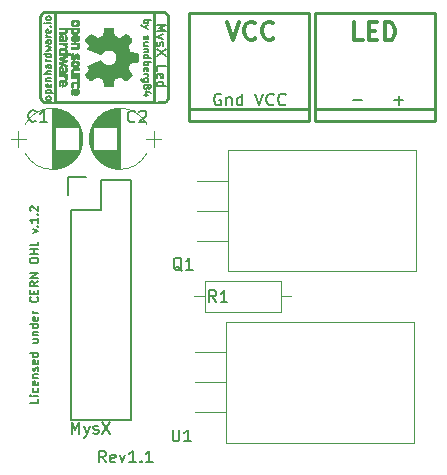
<source format=gbr>
G04 #@! TF.FileFunction,Legend,Top*
%FSLAX46Y46*%
G04 Gerber Fmt 4.6, Leading zero omitted, Abs format (unit mm)*
G04 Created by KiCad (PCBNEW 4.0.4-stable) date 03/17/18 20:15:35*
%MOMM*%
%LPD*%
G01*
G04 APERTURE LIST*
%ADD10C,0.100000*%
%ADD11C,0.200000*%
%ADD12C,0.150000*%
%ADD13C,0.120000*%
%ADD14C,0.010000*%
%ADD15C,0.254000*%
%ADD16C,0.304800*%
G04 APERTURE END LIST*
D10*
D11*
X132549524Y-124992381D02*
X132216190Y-124516190D01*
X131978095Y-124992381D02*
X131978095Y-123992381D01*
X132359048Y-123992381D01*
X132454286Y-124040000D01*
X132501905Y-124087619D01*
X132549524Y-124182857D01*
X132549524Y-124325714D01*
X132501905Y-124420952D01*
X132454286Y-124468571D01*
X132359048Y-124516190D01*
X131978095Y-124516190D01*
X133359048Y-124944762D02*
X133263810Y-124992381D01*
X133073333Y-124992381D01*
X132978095Y-124944762D01*
X132930476Y-124849524D01*
X132930476Y-124468571D01*
X132978095Y-124373333D01*
X133073333Y-124325714D01*
X133263810Y-124325714D01*
X133359048Y-124373333D01*
X133406667Y-124468571D01*
X133406667Y-124563810D01*
X132930476Y-124659048D01*
X133740000Y-124325714D02*
X133978095Y-124992381D01*
X134216191Y-124325714D01*
X135120953Y-124992381D02*
X134549524Y-124992381D01*
X134835238Y-124992381D02*
X134835238Y-123992381D01*
X134740000Y-124135238D01*
X134644762Y-124230476D01*
X134549524Y-124278095D01*
X135549524Y-124897143D02*
X135597143Y-124944762D01*
X135549524Y-124992381D01*
X135501905Y-124944762D01*
X135549524Y-124897143D01*
X135549524Y-124992381D01*
X136549524Y-124992381D02*
X135978095Y-124992381D01*
X136263809Y-124992381D02*
X136263809Y-123992381D01*
X136168571Y-124135238D01*
X136073333Y-124230476D01*
X135978095Y-124278095D01*
D12*
X126836667Y-119586664D02*
X126836667Y-119919997D01*
X126136667Y-119919997D01*
X126836667Y-119353330D02*
X126370000Y-119353330D01*
X126136667Y-119353330D02*
X126170000Y-119386664D01*
X126203333Y-119353330D01*
X126170000Y-119319997D01*
X126136667Y-119353330D01*
X126203333Y-119353330D01*
X126803333Y-118719997D02*
X126836667Y-118786664D01*
X126836667Y-118919997D01*
X126803333Y-118986664D01*
X126770000Y-119019997D01*
X126703333Y-119053331D01*
X126503333Y-119053331D01*
X126436667Y-119019997D01*
X126403333Y-118986664D01*
X126370000Y-118919997D01*
X126370000Y-118786664D01*
X126403333Y-118719997D01*
X126803333Y-118153331D02*
X126836667Y-118219997D01*
X126836667Y-118353331D01*
X126803333Y-118419997D01*
X126736667Y-118453331D01*
X126470000Y-118453331D01*
X126403333Y-118419997D01*
X126370000Y-118353331D01*
X126370000Y-118219997D01*
X126403333Y-118153331D01*
X126470000Y-118119997D01*
X126536667Y-118119997D01*
X126603333Y-118453331D01*
X126370000Y-117819997D02*
X126836667Y-117819997D01*
X126436667Y-117819997D02*
X126403333Y-117786664D01*
X126370000Y-117719997D01*
X126370000Y-117619997D01*
X126403333Y-117553331D01*
X126470000Y-117519997D01*
X126836667Y-117519997D01*
X126803333Y-117219998D02*
X126836667Y-117153331D01*
X126836667Y-117019998D01*
X126803333Y-116953331D01*
X126736667Y-116919998D01*
X126703333Y-116919998D01*
X126636667Y-116953331D01*
X126603333Y-117019998D01*
X126603333Y-117119998D01*
X126570000Y-117186664D01*
X126503333Y-117219998D01*
X126470000Y-117219998D01*
X126403333Y-117186664D01*
X126370000Y-117119998D01*
X126370000Y-117019998D01*
X126403333Y-116953331D01*
X126803333Y-116353331D02*
X126836667Y-116419997D01*
X126836667Y-116553331D01*
X126803333Y-116619997D01*
X126736667Y-116653331D01*
X126470000Y-116653331D01*
X126403333Y-116619997D01*
X126370000Y-116553331D01*
X126370000Y-116419997D01*
X126403333Y-116353331D01*
X126470000Y-116319997D01*
X126536667Y-116319997D01*
X126603333Y-116653331D01*
X126836667Y-115719997D02*
X126136667Y-115719997D01*
X126803333Y-115719997D02*
X126836667Y-115786664D01*
X126836667Y-115919997D01*
X126803333Y-115986664D01*
X126770000Y-116019997D01*
X126703333Y-116053331D01*
X126503333Y-116053331D01*
X126436667Y-116019997D01*
X126403333Y-115986664D01*
X126370000Y-115919997D01*
X126370000Y-115786664D01*
X126403333Y-115719997D01*
X126370000Y-114553331D02*
X126836667Y-114553331D01*
X126370000Y-114853331D02*
X126736667Y-114853331D01*
X126803333Y-114819998D01*
X126836667Y-114753331D01*
X126836667Y-114653331D01*
X126803333Y-114586665D01*
X126770000Y-114553331D01*
X126370000Y-114219998D02*
X126836667Y-114219998D01*
X126436667Y-114219998D02*
X126403333Y-114186665D01*
X126370000Y-114119998D01*
X126370000Y-114019998D01*
X126403333Y-113953332D01*
X126470000Y-113919998D01*
X126836667Y-113919998D01*
X126836667Y-113286665D02*
X126136667Y-113286665D01*
X126803333Y-113286665D02*
X126836667Y-113353332D01*
X126836667Y-113486665D01*
X126803333Y-113553332D01*
X126770000Y-113586665D01*
X126703333Y-113619999D01*
X126503333Y-113619999D01*
X126436667Y-113586665D01*
X126403333Y-113553332D01*
X126370000Y-113486665D01*
X126370000Y-113353332D01*
X126403333Y-113286665D01*
X126803333Y-112686666D02*
X126836667Y-112753332D01*
X126836667Y-112886666D01*
X126803333Y-112953332D01*
X126736667Y-112986666D01*
X126470000Y-112986666D01*
X126403333Y-112953332D01*
X126370000Y-112886666D01*
X126370000Y-112753332D01*
X126403333Y-112686666D01*
X126470000Y-112653332D01*
X126536667Y-112653332D01*
X126603333Y-112986666D01*
X126836667Y-112353332D02*
X126370000Y-112353332D01*
X126503333Y-112353332D02*
X126436667Y-112319999D01*
X126403333Y-112286666D01*
X126370000Y-112219999D01*
X126370000Y-112153332D01*
X126770000Y-110986666D02*
X126803333Y-111020000D01*
X126836667Y-111120000D01*
X126836667Y-111186666D01*
X126803333Y-111286666D01*
X126736667Y-111353333D01*
X126670000Y-111386666D01*
X126536667Y-111420000D01*
X126436667Y-111420000D01*
X126303333Y-111386666D01*
X126236667Y-111353333D01*
X126170000Y-111286666D01*
X126136667Y-111186666D01*
X126136667Y-111120000D01*
X126170000Y-111020000D01*
X126203333Y-110986666D01*
X126470000Y-110686666D02*
X126470000Y-110453333D01*
X126836667Y-110353333D02*
X126836667Y-110686666D01*
X126136667Y-110686666D01*
X126136667Y-110353333D01*
X126836667Y-109653333D02*
X126503333Y-109886667D01*
X126836667Y-110053333D02*
X126136667Y-110053333D01*
X126136667Y-109786667D01*
X126170000Y-109720000D01*
X126203333Y-109686667D01*
X126270000Y-109653333D01*
X126370000Y-109653333D01*
X126436667Y-109686667D01*
X126470000Y-109720000D01*
X126503333Y-109786667D01*
X126503333Y-110053333D01*
X126836667Y-109353333D02*
X126136667Y-109353333D01*
X126836667Y-108953333D01*
X126136667Y-108953333D01*
X126136667Y-107953334D02*
X126136667Y-107820001D01*
X126170000Y-107753334D01*
X126236667Y-107686667D01*
X126370000Y-107653334D01*
X126603333Y-107653334D01*
X126736667Y-107686667D01*
X126803333Y-107753334D01*
X126836667Y-107820001D01*
X126836667Y-107953334D01*
X126803333Y-108020001D01*
X126736667Y-108086667D01*
X126603333Y-108120001D01*
X126370000Y-108120001D01*
X126236667Y-108086667D01*
X126170000Y-108020001D01*
X126136667Y-107953334D01*
X126836667Y-107353334D02*
X126136667Y-107353334D01*
X126470000Y-107353334D02*
X126470000Y-106953334D01*
X126836667Y-106953334D02*
X126136667Y-106953334D01*
X126836667Y-106286668D02*
X126836667Y-106620001D01*
X126136667Y-106620001D01*
X126370000Y-105586668D02*
X126836667Y-105420001D01*
X126370000Y-105253335D01*
X126770000Y-104986668D02*
X126803333Y-104953335D01*
X126836667Y-104986668D01*
X126803333Y-105020002D01*
X126770000Y-104986668D01*
X126836667Y-104986668D01*
X126836667Y-104286669D02*
X126836667Y-104686669D01*
X126836667Y-104486669D02*
X126136667Y-104486669D01*
X126236667Y-104553335D01*
X126303333Y-104620002D01*
X126336667Y-104686669D01*
X126770000Y-103986668D02*
X126803333Y-103953335D01*
X126836667Y-103986668D01*
X126803333Y-104020002D01*
X126770000Y-103986668D01*
X126836667Y-103986668D01*
X126203333Y-103686669D02*
X126170000Y-103653335D01*
X126136667Y-103586669D01*
X126136667Y-103420002D01*
X126170000Y-103353335D01*
X126203333Y-103320002D01*
X126270000Y-103286669D01*
X126336667Y-103286669D01*
X126436667Y-103320002D01*
X126836667Y-103720002D01*
X126836667Y-103286669D01*
X135768571Y-87490000D02*
X136368571Y-87490000D01*
X136140000Y-87490000D02*
X136168571Y-87547143D01*
X136168571Y-87661429D01*
X136140000Y-87718572D01*
X136111429Y-87747143D01*
X136054286Y-87775714D01*
X135882857Y-87775714D01*
X135825714Y-87747143D01*
X135797143Y-87718572D01*
X135768571Y-87661429D01*
X135768571Y-87547143D01*
X135797143Y-87490000D01*
X136168571Y-87975714D02*
X135768571Y-88118571D01*
X136168571Y-88261429D02*
X135768571Y-88118571D01*
X135625714Y-88061429D01*
X135597143Y-88032857D01*
X135568571Y-87975714D01*
X135797143Y-88918572D02*
X135768571Y-88975715D01*
X135768571Y-89090000D01*
X135797143Y-89147143D01*
X135854286Y-89175715D01*
X135882857Y-89175715D01*
X135940000Y-89147143D01*
X135968571Y-89090000D01*
X135968571Y-89004286D01*
X135997143Y-88947143D01*
X136054286Y-88918572D01*
X136082857Y-88918572D01*
X136140000Y-88947143D01*
X136168571Y-89004286D01*
X136168571Y-89090000D01*
X136140000Y-89147143D01*
X136168571Y-89690000D02*
X135768571Y-89690000D01*
X136168571Y-89432857D02*
X135854286Y-89432857D01*
X135797143Y-89461429D01*
X135768571Y-89518571D01*
X135768571Y-89604286D01*
X135797143Y-89661429D01*
X135825714Y-89690000D01*
X136168571Y-89975714D02*
X135768571Y-89975714D01*
X136111429Y-89975714D02*
X136140000Y-90004286D01*
X136168571Y-90061428D01*
X136168571Y-90147143D01*
X136140000Y-90204286D01*
X136082857Y-90232857D01*
X135768571Y-90232857D01*
X135768571Y-90775714D02*
X136368571Y-90775714D01*
X135797143Y-90775714D02*
X135768571Y-90718571D01*
X135768571Y-90604285D01*
X135797143Y-90547143D01*
X135825714Y-90518571D01*
X135882857Y-90490000D01*
X136054286Y-90490000D01*
X136111429Y-90518571D01*
X136140000Y-90547143D01*
X136168571Y-90604285D01*
X136168571Y-90718571D01*
X136140000Y-90775714D01*
X135768571Y-91061428D02*
X136368571Y-91061428D01*
X136140000Y-91061428D02*
X136168571Y-91118571D01*
X136168571Y-91232857D01*
X136140000Y-91290000D01*
X136111429Y-91318571D01*
X136054286Y-91347142D01*
X135882857Y-91347142D01*
X135825714Y-91318571D01*
X135797143Y-91290000D01*
X135768571Y-91232857D01*
X135768571Y-91118571D01*
X135797143Y-91061428D01*
X135797143Y-91832857D02*
X135768571Y-91775714D01*
X135768571Y-91661428D01*
X135797143Y-91604285D01*
X135854286Y-91575714D01*
X136082857Y-91575714D01*
X136140000Y-91604285D01*
X136168571Y-91661428D01*
X136168571Y-91775714D01*
X136140000Y-91832857D01*
X136082857Y-91861428D01*
X136025714Y-91861428D01*
X135968571Y-91575714D01*
X135768571Y-92118571D02*
X136168571Y-92118571D01*
X136054286Y-92118571D02*
X136111429Y-92147143D01*
X136140000Y-92175714D01*
X136168571Y-92232857D01*
X136168571Y-92290000D01*
X136168571Y-92747143D02*
X135682857Y-92747143D01*
X135625714Y-92718572D01*
X135597143Y-92690000D01*
X135568571Y-92632857D01*
X135568571Y-92547143D01*
X135597143Y-92490000D01*
X135797143Y-92747143D02*
X135768571Y-92690000D01*
X135768571Y-92575714D01*
X135797143Y-92518572D01*
X135825714Y-92490000D01*
X135882857Y-92461429D01*
X136054286Y-92461429D01*
X136111429Y-92490000D01*
X136140000Y-92518572D01*
X136168571Y-92575714D01*
X136168571Y-92690000D01*
X136140000Y-92747143D01*
X136111429Y-93118571D02*
X136140000Y-93061429D01*
X136168571Y-93032857D01*
X136225714Y-93004286D01*
X136254286Y-93004286D01*
X136311429Y-93032857D01*
X136340000Y-93061429D01*
X136368571Y-93118571D01*
X136368571Y-93232857D01*
X136340000Y-93290000D01*
X136311429Y-93318571D01*
X136254286Y-93347143D01*
X136225714Y-93347143D01*
X136168571Y-93318571D01*
X136140000Y-93290000D01*
X136111429Y-93232857D01*
X136111429Y-93118571D01*
X136082857Y-93061429D01*
X136054286Y-93032857D01*
X135997143Y-93004286D01*
X135882857Y-93004286D01*
X135825714Y-93032857D01*
X135797143Y-93061429D01*
X135768571Y-93118571D01*
X135768571Y-93232857D01*
X135797143Y-93290000D01*
X135825714Y-93318571D01*
X135882857Y-93347143D01*
X135997143Y-93347143D01*
X136054286Y-93318571D01*
X136082857Y-93290000D01*
X136111429Y-93232857D01*
X136168571Y-93861429D02*
X135768571Y-93861429D01*
X136397143Y-93718572D02*
X135968571Y-93575715D01*
X135968571Y-93947143D01*
X127931429Y-94178571D02*
X127902857Y-94235713D01*
X127874286Y-94264285D01*
X127817143Y-94292856D01*
X127645714Y-94292856D01*
X127588571Y-94264285D01*
X127560000Y-94235713D01*
X127531429Y-94178571D01*
X127531429Y-94092856D01*
X127560000Y-94035713D01*
X127588571Y-94007142D01*
X127645714Y-93978571D01*
X127817143Y-93978571D01*
X127874286Y-94007142D01*
X127902857Y-94035713D01*
X127931429Y-94092856D01*
X127931429Y-94178571D01*
X127531429Y-93721428D02*
X128131429Y-93721428D01*
X127560000Y-93721428D02*
X127531429Y-93664285D01*
X127531429Y-93549999D01*
X127560000Y-93492856D01*
X127588571Y-93464285D01*
X127645714Y-93435714D01*
X127817143Y-93435714D01*
X127874286Y-93464285D01*
X127902857Y-93492856D01*
X127931429Y-93549999D01*
X127931429Y-93664285D01*
X127902857Y-93721428D01*
X127902857Y-92949999D02*
X127931429Y-93007142D01*
X127931429Y-93121428D01*
X127902857Y-93178571D01*
X127845714Y-93207142D01*
X127617143Y-93207142D01*
X127560000Y-93178571D01*
X127531429Y-93121428D01*
X127531429Y-93007142D01*
X127560000Y-92949999D01*
X127617143Y-92921428D01*
X127674286Y-92921428D01*
X127731429Y-93207142D01*
X127531429Y-92664285D02*
X127931429Y-92664285D01*
X127588571Y-92664285D02*
X127560000Y-92635713D01*
X127531429Y-92578571D01*
X127531429Y-92492856D01*
X127560000Y-92435713D01*
X127617143Y-92407142D01*
X127931429Y-92407142D01*
X127931429Y-92121428D02*
X127331429Y-92121428D01*
X127931429Y-91864285D02*
X127617143Y-91864285D01*
X127560000Y-91892856D01*
X127531429Y-91949999D01*
X127531429Y-92035714D01*
X127560000Y-92092856D01*
X127588571Y-92121428D01*
X127931429Y-91321428D02*
X127617143Y-91321428D01*
X127560000Y-91349999D01*
X127531429Y-91407142D01*
X127531429Y-91521428D01*
X127560000Y-91578571D01*
X127902857Y-91321428D02*
X127931429Y-91378571D01*
X127931429Y-91521428D01*
X127902857Y-91578571D01*
X127845714Y-91607142D01*
X127788571Y-91607142D01*
X127731429Y-91578571D01*
X127702857Y-91521428D01*
X127702857Y-91378571D01*
X127674286Y-91321428D01*
X127931429Y-91035714D02*
X127531429Y-91035714D01*
X127645714Y-91035714D02*
X127588571Y-91007142D01*
X127560000Y-90978571D01*
X127531429Y-90921428D01*
X127531429Y-90864285D01*
X127931429Y-90407142D02*
X127331429Y-90407142D01*
X127902857Y-90407142D02*
X127931429Y-90464285D01*
X127931429Y-90578571D01*
X127902857Y-90635713D01*
X127874286Y-90664285D01*
X127817143Y-90692856D01*
X127645714Y-90692856D01*
X127588571Y-90664285D01*
X127560000Y-90635713D01*
X127531429Y-90578571D01*
X127531429Y-90464285D01*
X127560000Y-90407142D01*
X127531429Y-90178571D02*
X127931429Y-90064285D01*
X127645714Y-89949999D01*
X127931429Y-89835714D01*
X127531429Y-89721428D01*
X127931429Y-89235714D02*
X127617143Y-89235714D01*
X127560000Y-89264285D01*
X127531429Y-89321428D01*
X127531429Y-89435714D01*
X127560000Y-89492857D01*
X127902857Y-89235714D02*
X127931429Y-89292857D01*
X127931429Y-89435714D01*
X127902857Y-89492857D01*
X127845714Y-89521428D01*
X127788571Y-89521428D01*
X127731429Y-89492857D01*
X127702857Y-89435714D01*
X127702857Y-89292857D01*
X127674286Y-89235714D01*
X127931429Y-88950000D02*
X127531429Y-88950000D01*
X127645714Y-88950000D02*
X127588571Y-88921428D01*
X127560000Y-88892857D01*
X127531429Y-88835714D01*
X127531429Y-88778571D01*
X127902857Y-88349999D02*
X127931429Y-88407142D01*
X127931429Y-88521428D01*
X127902857Y-88578571D01*
X127845714Y-88607142D01*
X127617143Y-88607142D01*
X127560000Y-88578571D01*
X127531429Y-88521428D01*
X127531429Y-88407142D01*
X127560000Y-88349999D01*
X127617143Y-88321428D01*
X127674286Y-88321428D01*
X127731429Y-88607142D01*
X127874286Y-88064285D02*
X127902857Y-88035713D01*
X127931429Y-88064285D01*
X127902857Y-88092856D01*
X127874286Y-88064285D01*
X127931429Y-88064285D01*
X127931429Y-87778571D02*
X127531429Y-87778571D01*
X127331429Y-87778571D02*
X127360000Y-87807142D01*
X127388571Y-87778571D01*
X127360000Y-87749999D01*
X127331429Y-87778571D01*
X127388571Y-87778571D01*
X127931429Y-87407143D02*
X127902857Y-87464285D01*
X127874286Y-87492857D01*
X127817143Y-87521428D01*
X127645714Y-87521428D01*
X127588571Y-87492857D01*
X127560000Y-87464285D01*
X127531429Y-87407143D01*
X127531429Y-87321428D01*
X127560000Y-87264285D01*
X127588571Y-87235714D01*
X127645714Y-87207143D01*
X127817143Y-87207143D01*
X127874286Y-87235714D01*
X127902857Y-87264285D01*
X127931429Y-87321428D01*
X127931429Y-87407143D01*
D11*
X136878095Y-87910476D02*
X137678095Y-87910476D01*
X137106667Y-88177143D01*
X137678095Y-88443810D01*
X136878095Y-88443810D01*
X137411429Y-88748572D02*
X136878095Y-88939048D01*
X137411429Y-89129524D02*
X136878095Y-88939048D01*
X136687619Y-88862857D01*
X136649524Y-88824762D01*
X136611429Y-88748572D01*
X136916190Y-89396191D02*
X136878095Y-89472381D01*
X136878095Y-89624762D01*
X136916190Y-89700953D01*
X136992381Y-89739048D01*
X137030476Y-89739048D01*
X137106667Y-89700953D01*
X137144762Y-89624762D01*
X137144762Y-89510477D01*
X137182857Y-89434286D01*
X137259048Y-89396191D01*
X137297143Y-89396191D01*
X137373333Y-89434286D01*
X137411429Y-89510477D01*
X137411429Y-89624762D01*
X137373333Y-89700953D01*
X137678095Y-90005715D02*
X136878095Y-90539048D01*
X137678095Y-90539048D02*
X136878095Y-90005715D01*
X136878095Y-91834287D02*
X136878095Y-91453334D01*
X137678095Y-91453334D01*
X136916190Y-92405715D02*
X136878095Y-92329525D01*
X136878095Y-92177144D01*
X136916190Y-92100953D01*
X136992381Y-92062858D01*
X137297143Y-92062858D01*
X137373333Y-92100953D01*
X137411429Y-92177144D01*
X137411429Y-92329525D01*
X137373333Y-92405715D01*
X137297143Y-92443810D01*
X137220952Y-92443810D01*
X137144762Y-92062858D01*
X136878095Y-93129524D02*
X137678095Y-93129524D01*
X136916190Y-93129524D02*
X136878095Y-93053334D01*
X136878095Y-92900953D01*
X136916190Y-92824762D01*
X136954286Y-92786667D01*
X137030476Y-92748572D01*
X137259048Y-92748572D01*
X137335238Y-92786667D01*
X137373333Y-92824762D01*
X137411429Y-92900953D01*
X137411429Y-93053334D01*
X137373333Y-93129524D01*
X153457143Y-94321429D02*
X154219048Y-94321429D01*
X156980953Y-94321429D02*
X157742858Y-94321429D01*
X157361906Y-94702381D02*
X157361906Y-93940476D01*
X142307619Y-93800000D02*
X142212381Y-93752381D01*
X142069524Y-93752381D01*
X141926666Y-93800000D01*
X141831428Y-93895238D01*
X141783809Y-93990476D01*
X141736190Y-94180952D01*
X141736190Y-94323810D01*
X141783809Y-94514286D01*
X141831428Y-94609524D01*
X141926666Y-94704762D01*
X142069524Y-94752381D01*
X142164762Y-94752381D01*
X142307619Y-94704762D01*
X142355238Y-94657143D01*
X142355238Y-94323810D01*
X142164762Y-94323810D01*
X142783809Y-94085714D02*
X142783809Y-94752381D01*
X142783809Y-94180952D02*
X142831428Y-94133333D01*
X142926666Y-94085714D01*
X143069524Y-94085714D01*
X143164762Y-94133333D01*
X143212381Y-94228571D01*
X143212381Y-94752381D01*
X144117143Y-94752381D02*
X144117143Y-93752381D01*
X144117143Y-94704762D02*
X144021905Y-94752381D01*
X143831428Y-94752381D01*
X143736190Y-94704762D01*
X143688571Y-94657143D01*
X143640952Y-94561905D01*
X143640952Y-94276190D01*
X143688571Y-94180952D01*
X143736190Y-94133333D01*
X143831428Y-94085714D01*
X144021905Y-94085714D01*
X144117143Y-94133333D01*
X145212381Y-93752381D02*
X145545714Y-94752381D01*
X145879048Y-93752381D01*
X146783810Y-94657143D02*
X146736191Y-94704762D01*
X146593334Y-94752381D01*
X146498096Y-94752381D01*
X146355238Y-94704762D01*
X146260000Y-94609524D01*
X146212381Y-94514286D01*
X146164762Y-94323810D01*
X146164762Y-94180952D01*
X146212381Y-93990476D01*
X146260000Y-93895238D01*
X146355238Y-93800000D01*
X146498096Y-93752381D01*
X146593334Y-93752381D01*
X146736191Y-93800000D01*
X146783810Y-93847619D01*
X147783810Y-94657143D02*
X147736191Y-94704762D01*
X147593334Y-94752381D01*
X147498096Y-94752381D01*
X147355238Y-94704762D01*
X147260000Y-94609524D01*
X147212381Y-94514286D01*
X147164762Y-94323810D01*
X147164762Y-94180952D01*
X147212381Y-93990476D01*
X147260000Y-93895238D01*
X147355238Y-93800000D01*
X147498096Y-93752381D01*
X147593334Y-93752381D01*
X147736191Y-93800000D01*
X147783810Y-93847619D01*
D13*
X140940000Y-109600000D02*
X140940000Y-112220000D01*
X140940000Y-112220000D02*
X147360000Y-112220000D01*
X147360000Y-112220000D02*
X147360000Y-109600000D01*
X147360000Y-109600000D02*
X140940000Y-109600000D01*
X140050000Y-110910000D02*
X140940000Y-110910000D01*
X148250000Y-110910000D02*
X147360000Y-110910000D01*
D14*
G36*
X137943222Y-91044227D02*
X137942896Y-91424376D01*
X137942366Y-91787829D01*
X137941643Y-92132554D01*
X137940737Y-92456517D01*
X137939659Y-92757685D01*
X137938421Y-93034024D01*
X137937033Y-93283501D01*
X137935505Y-93504083D01*
X137933850Y-93693736D01*
X137932077Y-93850428D01*
X137930198Y-93972124D01*
X137928223Y-94056792D01*
X137926163Y-94102397D01*
X137924872Y-94110167D01*
X137910344Y-94128863D01*
X137896432Y-94175594D01*
X137892872Y-94194833D01*
X137879786Y-94247766D01*
X137863514Y-94277289D01*
X137858417Y-94279500D01*
X137838561Y-94295965D01*
X137837500Y-94303495D01*
X137821592Y-94336407D01*
X137780480Y-94384147D01*
X137724083Y-94437907D01*
X137662318Y-94488882D01*
X137605103Y-94528263D01*
X137563153Y-94547094D01*
X137518328Y-94561329D01*
X137498859Y-94577954D01*
X137498833Y-94578479D01*
X137477940Y-94580248D01*
X137416353Y-94581962D01*
X137315711Y-94583615D01*
X137177653Y-94585200D01*
X137003819Y-94586712D01*
X136795849Y-94588146D01*
X136555381Y-94589494D01*
X136284055Y-94590750D01*
X135983510Y-94591910D01*
X135655386Y-94592967D01*
X135301321Y-94593914D01*
X134922955Y-94594746D01*
X134521928Y-94595458D01*
X134099878Y-94596042D01*
X133658446Y-94596493D01*
X133199269Y-94596805D01*
X132723988Y-94596972D01*
X132429417Y-94597000D01*
X131945192Y-94596924D01*
X131476079Y-94596698D01*
X131023720Y-94596331D01*
X130589751Y-94595826D01*
X130175814Y-94595191D01*
X129783547Y-94594432D01*
X129414589Y-94593553D01*
X129070580Y-94592562D01*
X128753159Y-94591464D01*
X128463966Y-94590265D01*
X128204639Y-94588971D01*
X127976819Y-94587589D01*
X127782143Y-94586124D01*
X127622253Y-94584582D01*
X127498786Y-94582969D01*
X127413383Y-94581292D01*
X127367682Y-94579555D01*
X127360000Y-94578479D01*
X127341661Y-94562065D01*
X127297160Y-94547417D01*
X127293586Y-94546675D01*
X127231164Y-94521117D01*
X127178180Y-94480529D01*
X127138832Y-94444521D01*
X127108791Y-94427812D01*
X127107011Y-94427667D01*
X127086948Y-94410709D01*
X127084833Y-94398181D01*
X127067760Y-94365505D01*
X127053083Y-94356512D01*
X127025018Y-94333281D01*
X127021333Y-94320986D01*
X127007689Y-94288194D01*
X126989583Y-94265893D01*
X126966080Y-94221967D01*
X126957833Y-94172155D01*
X126951565Y-94128227D01*
X126936667Y-94110167D01*
X126933521Y-94089020D01*
X126930626Y-94025660D01*
X126927981Y-93920207D01*
X126925589Y-93772778D01*
X126923449Y-93583494D01*
X126921562Y-93352474D01*
X126919928Y-93079838D01*
X126918550Y-92765703D01*
X126917427Y-92410191D01*
X126916560Y-92013419D01*
X126915950Y-91575508D01*
X126915597Y-91096577D01*
X126915500Y-90649417D01*
X126915612Y-90251992D01*
X126915939Y-89869748D01*
X126916471Y-89504687D01*
X126917198Y-89158811D01*
X126918109Y-88834119D01*
X126919193Y-88532613D01*
X126920438Y-88256295D01*
X126921836Y-88007166D01*
X126923374Y-87787227D01*
X126925043Y-87598479D01*
X126926831Y-87442924D01*
X126928728Y-87322562D01*
X126930722Y-87239395D01*
X126932804Y-87195424D01*
X126934021Y-87188667D01*
X126950435Y-87170327D01*
X126965083Y-87125826D01*
X126965825Y-87122252D01*
X126991659Y-87058734D01*
X127029495Y-87009140D01*
X127069894Y-86962308D01*
X127093700Y-86918909D01*
X127123531Y-86880457D01*
X127159675Y-86862284D01*
X127198951Y-86845618D01*
X127211833Y-86829389D01*
X127230334Y-86812860D01*
X127275862Y-86797756D01*
X127285917Y-86795687D01*
X127334756Y-86781828D01*
X127359313Y-86765665D01*
X127360000Y-86762978D01*
X127380916Y-86761122D01*
X127442662Y-86759333D01*
X127543733Y-86757614D01*
X127682626Y-86755973D01*
X127857837Y-86754414D01*
X128067863Y-86752944D01*
X128185500Y-86752279D01*
X128185500Y-86909737D01*
X127756664Y-86916910D01*
X127327829Y-86924083D01*
X127238081Y-87016594D01*
X127190294Y-87070366D01*
X127157740Y-87115632D01*
X127148333Y-87138302D01*
X127136927Y-87164804D01*
X127128719Y-87167500D01*
X127107499Y-87184930D01*
X127099329Y-87204542D01*
X127098274Y-87229453D01*
X127097286Y-87294450D01*
X127096369Y-87397282D01*
X127095528Y-87535703D01*
X127094767Y-87707462D01*
X127094091Y-87910312D01*
X127093504Y-88142004D01*
X127093011Y-88400290D01*
X127092615Y-88682920D01*
X127092321Y-88987647D01*
X127092134Y-89312222D01*
X127092058Y-89654397D01*
X127092098Y-90011922D01*
X127092257Y-90382549D01*
X127092485Y-90700570D01*
X127092938Y-91165181D01*
X127093482Y-91589085D01*
X127094131Y-91973907D01*
X127094900Y-92321274D01*
X127095801Y-92632812D01*
X127096848Y-92910146D01*
X127098056Y-93154902D01*
X127099439Y-93368707D01*
X127101009Y-93553186D01*
X127102781Y-93709965D01*
X127104768Y-93840671D01*
X127106984Y-93946928D01*
X127109444Y-94030364D01*
X127112160Y-94092604D01*
X127115147Y-94135274D01*
X127118419Y-94159999D01*
X127121875Y-94168376D01*
X127146523Y-94194077D01*
X127148333Y-94204628D01*
X127162179Y-94233493D01*
X127198105Y-94280476D01*
X127238081Y-94324573D01*
X127327829Y-94417083D01*
X127756664Y-94424256D01*
X128185500Y-94431429D01*
X128185500Y-86909737D01*
X128185500Y-86752279D01*
X128311199Y-86751567D01*
X128586342Y-86750289D01*
X128891788Y-86749116D01*
X129226034Y-86748054D01*
X129587574Y-86747107D01*
X129974906Y-86746282D01*
X130386527Y-86745585D01*
X130820931Y-86745020D01*
X131276615Y-86744593D01*
X131752076Y-86744310D01*
X132245810Y-86744177D01*
X132429417Y-86744167D01*
X132913642Y-86744243D01*
X133382754Y-86744468D01*
X133835114Y-86744836D01*
X134269082Y-86745340D01*
X134683020Y-86745975D01*
X135075287Y-86746735D01*
X135444245Y-86747613D01*
X135788254Y-86748605D01*
X136105674Y-86749703D01*
X136394868Y-86750901D01*
X136567500Y-86751762D01*
X136567500Y-86913500D01*
X128333667Y-86913500D01*
X128333667Y-94427667D01*
X136567500Y-94427667D01*
X136567500Y-86913500D01*
X136567500Y-86751762D01*
X136654194Y-86752195D01*
X136736833Y-86752696D01*
X136736833Y-86910828D01*
X136736833Y-94430339D01*
X137121390Y-94423711D01*
X137269009Y-94420320D01*
X137378213Y-94415722D01*
X137452912Y-94409588D01*
X137497013Y-94401591D01*
X137514426Y-94391400D01*
X137514738Y-94390625D01*
X137540703Y-94366075D01*
X137551886Y-94364167D01*
X137585929Y-94348949D01*
X137631350Y-94311860D01*
X137675300Y-94265748D01*
X137704934Y-94223459D01*
X137710500Y-94205552D01*
X137727120Y-94173699D01*
X137736958Y-94168375D01*
X137740556Y-94146420D01*
X137743916Y-94084828D01*
X137747040Y-93986296D01*
X137749927Y-93853520D01*
X137752578Y-93689197D01*
X137754992Y-93496023D01*
X137757169Y-93276693D01*
X137759110Y-93033905D01*
X137760814Y-92770355D01*
X137762281Y-92488738D01*
X137763512Y-92191752D01*
X137764506Y-91882092D01*
X137765263Y-91562456D01*
X137765784Y-91235538D01*
X137766068Y-90904035D01*
X137766115Y-90570644D01*
X137765926Y-90238061D01*
X137765500Y-89908983D01*
X137764837Y-89586105D01*
X137763938Y-89272123D01*
X137762802Y-88969735D01*
X137761430Y-88681636D01*
X137759821Y-88410523D01*
X137757975Y-88159092D01*
X137755893Y-87930039D01*
X137753573Y-87726061D01*
X137751018Y-87549853D01*
X137748225Y-87404113D01*
X137745196Y-87291536D01*
X137741931Y-87214819D01*
X137738428Y-87176658D01*
X137736958Y-87172792D01*
X137712408Y-87146795D01*
X137710500Y-87135614D01*
X137695282Y-87101571D01*
X137658194Y-87056150D01*
X137612082Y-87012200D01*
X137569793Y-86982566D01*
X137551886Y-86977000D01*
X137520053Y-86960383D01*
X137514738Y-86950542D01*
X137498986Y-86940191D01*
X137456810Y-86932056D01*
X137384302Y-86925807D01*
X137277551Y-86921116D01*
X137132650Y-86917653D01*
X137121390Y-86917455D01*
X136736833Y-86910828D01*
X136736833Y-86752696D01*
X136882015Y-86753577D01*
X137076690Y-86755042D01*
X137236581Y-86756584D01*
X137360047Y-86758197D01*
X137445451Y-86759875D01*
X137491152Y-86761611D01*
X137498833Y-86762687D01*
X137517173Y-86779101D01*
X137561674Y-86793750D01*
X137565248Y-86794491D01*
X137627670Y-86820049D01*
X137680654Y-86860637D01*
X137720002Y-86896645D01*
X137750042Y-86913355D01*
X137751823Y-86913500D01*
X137773180Y-86929712D01*
X137774000Y-86935677D01*
X137788247Y-86963987D01*
X137822940Y-87003150D01*
X137826863Y-87006846D01*
X137868743Y-87062084D01*
X137893009Y-87122252D01*
X137907264Y-87167958D01*
X137923797Y-87188571D01*
X137924813Y-87188667D01*
X137926940Y-87209500D01*
X137928985Y-87270665D01*
X137930939Y-87370161D01*
X137932790Y-87505986D01*
X137934528Y-87676140D01*
X137936141Y-87878621D01*
X137937620Y-88111428D01*
X137938953Y-88372560D01*
X137940130Y-88660015D01*
X137941140Y-88971792D01*
X137941973Y-89305890D01*
X137942617Y-89660308D01*
X137943062Y-90033044D01*
X137943297Y-90422098D01*
X137943333Y-90649417D01*
X137943222Y-91044227D01*
X137943222Y-91044227D01*
G37*
X137943222Y-91044227D02*
X137942896Y-91424376D01*
X137942366Y-91787829D01*
X137941643Y-92132554D01*
X137940737Y-92456517D01*
X137939659Y-92757685D01*
X137938421Y-93034024D01*
X137937033Y-93283501D01*
X137935505Y-93504083D01*
X137933850Y-93693736D01*
X137932077Y-93850428D01*
X137930198Y-93972124D01*
X137928223Y-94056792D01*
X137926163Y-94102397D01*
X137924872Y-94110167D01*
X137910344Y-94128863D01*
X137896432Y-94175594D01*
X137892872Y-94194833D01*
X137879786Y-94247766D01*
X137863514Y-94277289D01*
X137858417Y-94279500D01*
X137838561Y-94295965D01*
X137837500Y-94303495D01*
X137821592Y-94336407D01*
X137780480Y-94384147D01*
X137724083Y-94437907D01*
X137662318Y-94488882D01*
X137605103Y-94528263D01*
X137563153Y-94547094D01*
X137518328Y-94561329D01*
X137498859Y-94577954D01*
X137498833Y-94578479D01*
X137477940Y-94580248D01*
X137416353Y-94581962D01*
X137315711Y-94583615D01*
X137177653Y-94585200D01*
X137003819Y-94586712D01*
X136795849Y-94588146D01*
X136555381Y-94589494D01*
X136284055Y-94590750D01*
X135983510Y-94591910D01*
X135655386Y-94592967D01*
X135301321Y-94593914D01*
X134922955Y-94594746D01*
X134521928Y-94595458D01*
X134099878Y-94596042D01*
X133658446Y-94596493D01*
X133199269Y-94596805D01*
X132723988Y-94596972D01*
X132429417Y-94597000D01*
X131945192Y-94596924D01*
X131476079Y-94596698D01*
X131023720Y-94596331D01*
X130589751Y-94595826D01*
X130175814Y-94595191D01*
X129783547Y-94594432D01*
X129414589Y-94593553D01*
X129070580Y-94592562D01*
X128753159Y-94591464D01*
X128463966Y-94590265D01*
X128204639Y-94588971D01*
X127976819Y-94587589D01*
X127782143Y-94586124D01*
X127622253Y-94584582D01*
X127498786Y-94582969D01*
X127413383Y-94581292D01*
X127367682Y-94579555D01*
X127360000Y-94578479D01*
X127341661Y-94562065D01*
X127297160Y-94547417D01*
X127293586Y-94546675D01*
X127231164Y-94521117D01*
X127178180Y-94480529D01*
X127138832Y-94444521D01*
X127108791Y-94427812D01*
X127107011Y-94427667D01*
X127086948Y-94410709D01*
X127084833Y-94398181D01*
X127067760Y-94365505D01*
X127053083Y-94356512D01*
X127025018Y-94333281D01*
X127021333Y-94320986D01*
X127007689Y-94288194D01*
X126989583Y-94265893D01*
X126966080Y-94221967D01*
X126957833Y-94172155D01*
X126951565Y-94128227D01*
X126936667Y-94110167D01*
X126933521Y-94089020D01*
X126930626Y-94025660D01*
X126927981Y-93920207D01*
X126925589Y-93772778D01*
X126923449Y-93583494D01*
X126921562Y-93352474D01*
X126919928Y-93079838D01*
X126918550Y-92765703D01*
X126917427Y-92410191D01*
X126916560Y-92013419D01*
X126915950Y-91575508D01*
X126915597Y-91096577D01*
X126915500Y-90649417D01*
X126915612Y-90251992D01*
X126915939Y-89869748D01*
X126916471Y-89504687D01*
X126917198Y-89158811D01*
X126918109Y-88834119D01*
X126919193Y-88532613D01*
X126920438Y-88256295D01*
X126921836Y-88007166D01*
X126923374Y-87787227D01*
X126925043Y-87598479D01*
X126926831Y-87442924D01*
X126928728Y-87322562D01*
X126930722Y-87239395D01*
X126932804Y-87195424D01*
X126934021Y-87188667D01*
X126950435Y-87170327D01*
X126965083Y-87125826D01*
X126965825Y-87122252D01*
X126991659Y-87058734D01*
X127029495Y-87009140D01*
X127069894Y-86962308D01*
X127093700Y-86918909D01*
X127123531Y-86880457D01*
X127159675Y-86862284D01*
X127198951Y-86845618D01*
X127211833Y-86829389D01*
X127230334Y-86812860D01*
X127275862Y-86797756D01*
X127285917Y-86795687D01*
X127334756Y-86781828D01*
X127359313Y-86765665D01*
X127360000Y-86762978D01*
X127380916Y-86761122D01*
X127442662Y-86759333D01*
X127543733Y-86757614D01*
X127682626Y-86755973D01*
X127857837Y-86754414D01*
X128067863Y-86752944D01*
X128185500Y-86752279D01*
X128185500Y-86909737D01*
X127756664Y-86916910D01*
X127327829Y-86924083D01*
X127238081Y-87016594D01*
X127190294Y-87070366D01*
X127157740Y-87115632D01*
X127148333Y-87138302D01*
X127136927Y-87164804D01*
X127128719Y-87167500D01*
X127107499Y-87184930D01*
X127099329Y-87204542D01*
X127098274Y-87229453D01*
X127097286Y-87294450D01*
X127096369Y-87397282D01*
X127095528Y-87535703D01*
X127094767Y-87707462D01*
X127094091Y-87910312D01*
X127093504Y-88142004D01*
X127093011Y-88400290D01*
X127092615Y-88682920D01*
X127092321Y-88987647D01*
X127092134Y-89312222D01*
X127092058Y-89654397D01*
X127092098Y-90011922D01*
X127092257Y-90382549D01*
X127092485Y-90700570D01*
X127092938Y-91165181D01*
X127093482Y-91589085D01*
X127094131Y-91973907D01*
X127094900Y-92321274D01*
X127095801Y-92632812D01*
X127096848Y-92910146D01*
X127098056Y-93154902D01*
X127099439Y-93368707D01*
X127101009Y-93553186D01*
X127102781Y-93709965D01*
X127104768Y-93840671D01*
X127106984Y-93946928D01*
X127109444Y-94030364D01*
X127112160Y-94092604D01*
X127115147Y-94135274D01*
X127118419Y-94159999D01*
X127121875Y-94168376D01*
X127146523Y-94194077D01*
X127148333Y-94204628D01*
X127162179Y-94233493D01*
X127198105Y-94280476D01*
X127238081Y-94324573D01*
X127327829Y-94417083D01*
X127756664Y-94424256D01*
X128185500Y-94431429D01*
X128185500Y-86909737D01*
X128185500Y-86752279D01*
X128311199Y-86751567D01*
X128586342Y-86750289D01*
X128891788Y-86749116D01*
X129226034Y-86748054D01*
X129587574Y-86747107D01*
X129974906Y-86746282D01*
X130386527Y-86745585D01*
X130820931Y-86745020D01*
X131276615Y-86744593D01*
X131752076Y-86744310D01*
X132245810Y-86744177D01*
X132429417Y-86744167D01*
X132913642Y-86744243D01*
X133382754Y-86744468D01*
X133835114Y-86744836D01*
X134269082Y-86745340D01*
X134683020Y-86745975D01*
X135075287Y-86746735D01*
X135444245Y-86747613D01*
X135788254Y-86748605D01*
X136105674Y-86749703D01*
X136394868Y-86750901D01*
X136567500Y-86751762D01*
X136567500Y-86913500D01*
X128333667Y-86913500D01*
X128333667Y-94427667D01*
X136567500Y-94427667D01*
X136567500Y-86913500D01*
X136567500Y-86751762D01*
X136654194Y-86752195D01*
X136736833Y-86752696D01*
X136736833Y-86910828D01*
X136736833Y-94430339D01*
X137121390Y-94423711D01*
X137269009Y-94420320D01*
X137378213Y-94415722D01*
X137452912Y-94409588D01*
X137497013Y-94401591D01*
X137514426Y-94391400D01*
X137514738Y-94390625D01*
X137540703Y-94366075D01*
X137551886Y-94364167D01*
X137585929Y-94348949D01*
X137631350Y-94311860D01*
X137675300Y-94265748D01*
X137704934Y-94223459D01*
X137710500Y-94205552D01*
X137727120Y-94173699D01*
X137736958Y-94168375D01*
X137740556Y-94146420D01*
X137743916Y-94084828D01*
X137747040Y-93986296D01*
X137749927Y-93853520D01*
X137752578Y-93689197D01*
X137754992Y-93496023D01*
X137757169Y-93276693D01*
X137759110Y-93033905D01*
X137760814Y-92770355D01*
X137762281Y-92488738D01*
X137763512Y-92191752D01*
X137764506Y-91882092D01*
X137765263Y-91562456D01*
X137765784Y-91235538D01*
X137766068Y-90904035D01*
X137766115Y-90570644D01*
X137765926Y-90238061D01*
X137765500Y-89908983D01*
X137764837Y-89586105D01*
X137763938Y-89272123D01*
X137762802Y-88969735D01*
X137761430Y-88681636D01*
X137759821Y-88410523D01*
X137757975Y-88159092D01*
X137755893Y-87930039D01*
X137753573Y-87726061D01*
X137751018Y-87549853D01*
X137748225Y-87404113D01*
X137745196Y-87291536D01*
X137741931Y-87214819D01*
X137738428Y-87176658D01*
X137736958Y-87172792D01*
X137712408Y-87146795D01*
X137710500Y-87135614D01*
X137695282Y-87101571D01*
X137658194Y-87056150D01*
X137612082Y-87012200D01*
X137569793Y-86982566D01*
X137551886Y-86977000D01*
X137520053Y-86960383D01*
X137514738Y-86950542D01*
X137498986Y-86940191D01*
X137456810Y-86932056D01*
X137384302Y-86925807D01*
X137277551Y-86921116D01*
X137132650Y-86917653D01*
X137121390Y-86917455D01*
X136736833Y-86910828D01*
X136736833Y-86752696D01*
X136882015Y-86753577D01*
X137076690Y-86755042D01*
X137236581Y-86756584D01*
X137360047Y-86758197D01*
X137445451Y-86759875D01*
X137491152Y-86761611D01*
X137498833Y-86762687D01*
X137517173Y-86779101D01*
X137561674Y-86793750D01*
X137565248Y-86794491D01*
X137627670Y-86820049D01*
X137680654Y-86860637D01*
X137720002Y-86896645D01*
X137750042Y-86913355D01*
X137751823Y-86913500D01*
X137773180Y-86929712D01*
X137774000Y-86935677D01*
X137788247Y-86963987D01*
X137822940Y-87003150D01*
X137826863Y-87006846D01*
X137868743Y-87062084D01*
X137893009Y-87122252D01*
X137907264Y-87167958D01*
X137923797Y-87188571D01*
X137924813Y-87188667D01*
X137926940Y-87209500D01*
X137928985Y-87270665D01*
X137930939Y-87370161D01*
X137932790Y-87505986D01*
X137934528Y-87676140D01*
X137936141Y-87878621D01*
X137937620Y-88111428D01*
X137938953Y-88372560D01*
X137940130Y-88660015D01*
X137941140Y-88971792D01*
X137941973Y-89305890D01*
X137942617Y-89660308D01*
X137943062Y-90033044D01*
X137943297Y-90422098D01*
X137943333Y-90649417D01*
X137943222Y-91044227D01*
G36*
X130294445Y-88294931D02*
X130268252Y-88310715D01*
X130265125Y-88310824D01*
X130240654Y-88314293D01*
X130256048Y-88328799D01*
X130259833Y-88331219D01*
X130278644Y-88362394D01*
X130289621Y-88417347D01*
X130292445Y-88481122D01*
X130286799Y-88538764D01*
X130272366Y-88575314D01*
X130265125Y-88580375D01*
X130240920Y-88606356D01*
X130238667Y-88619180D01*
X130221831Y-88646110D01*
X130208681Y-88649167D01*
X130175955Y-88664975D01*
X130169840Y-88675625D01*
X130150074Y-88689007D01*
X130098743Y-88697298D01*
X130011640Y-88700989D01*
X129951118Y-88701256D01*
X129849821Y-88699577D01*
X129781244Y-88694461D01*
X129735816Y-88684355D01*
X129703966Y-88667707D01*
X129693625Y-88659510D01*
X129659207Y-88621539D01*
X129646000Y-88591546D01*
X129632877Y-88566540D01*
X129624833Y-88564500D01*
X129611579Y-88545722D01*
X129604207Y-88498812D01*
X129603667Y-88479833D01*
X129607815Y-88426807D01*
X129618178Y-88397321D01*
X129622365Y-88395167D01*
X129642127Y-88377551D01*
X129652133Y-88352833D01*
X129654715Y-88334215D01*
X129646116Y-88322043D01*
X129619317Y-88314952D01*
X129567295Y-88311578D01*
X129483029Y-88310556D01*
X129434333Y-88310500D01*
X129333786Y-88310923D01*
X129268549Y-88313102D01*
X129231600Y-88318402D01*
X129215918Y-88328188D01*
X129214482Y-88343823D01*
X129216534Y-88352833D01*
X129233288Y-88387147D01*
X129246302Y-88395167D01*
X129259434Y-88413570D01*
X129264999Y-88457908D01*
X129265000Y-88458667D01*
X129259354Y-88503259D01*
X129245751Y-88522162D01*
X129245515Y-88522167D01*
X129227872Y-88540414D01*
X129212358Y-88584432D01*
X129212083Y-88585667D01*
X129194143Y-88630175D01*
X129170290Y-88649158D01*
X129169832Y-88649167D01*
X129138028Y-88665811D01*
X129132737Y-88675625D01*
X129115582Y-88687439D01*
X129070348Y-88695501D01*
X128992599Y-88700228D01*
X128877897Y-88702035D01*
X128850515Y-88702083D01*
X128577083Y-88702083D01*
X128570451Y-88633292D01*
X128563818Y-88564500D01*
X128787167Y-88564500D01*
X128910588Y-88561345D01*
X128997579Y-88550322D01*
X129053679Y-88529092D01*
X129084429Y-88495318D01*
X129095368Y-88446662D01*
X129095667Y-88434308D01*
X129090380Y-88384760D01*
X129070433Y-88350200D01*
X129029698Y-88328082D01*
X128962050Y-88315857D01*
X128861359Y-88310980D01*
X128797822Y-88310500D01*
X128566500Y-88310500D01*
X128566500Y-88183500D01*
X129905853Y-88183500D01*
X129905853Y-88312807D01*
X129848424Y-88319435D01*
X129801809Y-88330835D01*
X129779903Y-88350672D01*
X129773393Y-88392334D01*
X129773000Y-88427876D01*
X129777238Y-88490308D01*
X129791619Y-88518532D01*
X129804750Y-88522167D01*
X129832918Y-88533596D01*
X129836500Y-88543333D01*
X129855780Y-88554608D01*
X129906146Y-88562252D01*
X129963500Y-88564500D01*
X130031148Y-88561287D01*
X130077010Y-88552892D01*
X130090500Y-88543333D01*
X130107644Y-88524555D01*
X130122250Y-88522167D01*
X130145274Y-88504825D01*
X130153974Y-88463067D01*
X130148405Y-88412292D01*
X130128623Y-88367902D01*
X130121670Y-88359813D01*
X130070958Y-88332147D01*
X129993986Y-88315735D01*
X129905853Y-88312807D01*
X129905853Y-88183500D01*
X130302167Y-88183500D01*
X130302167Y-88247000D01*
X130294445Y-88294931D01*
X130294445Y-88294931D01*
G37*
X130294445Y-88294931D02*
X130268252Y-88310715D01*
X130265125Y-88310824D01*
X130240654Y-88314293D01*
X130256048Y-88328799D01*
X130259833Y-88331219D01*
X130278644Y-88362394D01*
X130289621Y-88417347D01*
X130292445Y-88481122D01*
X130286799Y-88538764D01*
X130272366Y-88575314D01*
X130265125Y-88580375D01*
X130240920Y-88606356D01*
X130238667Y-88619180D01*
X130221831Y-88646110D01*
X130208681Y-88649167D01*
X130175955Y-88664975D01*
X130169840Y-88675625D01*
X130150074Y-88689007D01*
X130098743Y-88697298D01*
X130011640Y-88700989D01*
X129951118Y-88701256D01*
X129849821Y-88699577D01*
X129781244Y-88694461D01*
X129735816Y-88684355D01*
X129703966Y-88667707D01*
X129693625Y-88659510D01*
X129659207Y-88621539D01*
X129646000Y-88591546D01*
X129632877Y-88566540D01*
X129624833Y-88564500D01*
X129611579Y-88545722D01*
X129604207Y-88498812D01*
X129603667Y-88479833D01*
X129607815Y-88426807D01*
X129618178Y-88397321D01*
X129622365Y-88395167D01*
X129642127Y-88377551D01*
X129652133Y-88352833D01*
X129654715Y-88334215D01*
X129646116Y-88322043D01*
X129619317Y-88314952D01*
X129567295Y-88311578D01*
X129483029Y-88310556D01*
X129434333Y-88310500D01*
X129333786Y-88310923D01*
X129268549Y-88313102D01*
X129231600Y-88318402D01*
X129215918Y-88328188D01*
X129214482Y-88343823D01*
X129216534Y-88352833D01*
X129233288Y-88387147D01*
X129246302Y-88395167D01*
X129259434Y-88413570D01*
X129264999Y-88457908D01*
X129265000Y-88458667D01*
X129259354Y-88503259D01*
X129245751Y-88522162D01*
X129245515Y-88522167D01*
X129227872Y-88540414D01*
X129212358Y-88584432D01*
X129212083Y-88585667D01*
X129194143Y-88630175D01*
X129170290Y-88649158D01*
X129169832Y-88649167D01*
X129138028Y-88665811D01*
X129132737Y-88675625D01*
X129115582Y-88687439D01*
X129070348Y-88695501D01*
X128992599Y-88700228D01*
X128877897Y-88702035D01*
X128850515Y-88702083D01*
X128577083Y-88702083D01*
X128570451Y-88633292D01*
X128563818Y-88564500D01*
X128787167Y-88564500D01*
X128910588Y-88561345D01*
X128997579Y-88550322D01*
X129053679Y-88529092D01*
X129084429Y-88495318D01*
X129095368Y-88446662D01*
X129095667Y-88434308D01*
X129090380Y-88384760D01*
X129070433Y-88350200D01*
X129029698Y-88328082D01*
X128962050Y-88315857D01*
X128861359Y-88310980D01*
X128797822Y-88310500D01*
X128566500Y-88310500D01*
X128566500Y-88183500D01*
X129905853Y-88183500D01*
X129905853Y-88312807D01*
X129848424Y-88319435D01*
X129801809Y-88330835D01*
X129779903Y-88350672D01*
X129773393Y-88392334D01*
X129773000Y-88427876D01*
X129777238Y-88490308D01*
X129791619Y-88518532D01*
X129804750Y-88522167D01*
X129832918Y-88533596D01*
X129836500Y-88543333D01*
X129855780Y-88554608D01*
X129906146Y-88562252D01*
X129963500Y-88564500D01*
X130031148Y-88561287D01*
X130077010Y-88552892D01*
X130090500Y-88543333D01*
X130107644Y-88524555D01*
X130122250Y-88522167D01*
X130145274Y-88504825D01*
X130153974Y-88463067D01*
X130148405Y-88412292D01*
X130128623Y-88367902D01*
X130121670Y-88359813D01*
X130070958Y-88332147D01*
X129993986Y-88315735D01*
X129905853Y-88312807D01*
X129905853Y-88183500D01*
X130302167Y-88183500D01*
X130302167Y-88247000D01*
X130294445Y-88294931D01*
G36*
X129261129Y-89118726D02*
X129251336Y-89152799D01*
X129245515Y-89157167D01*
X129227872Y-89175414D01*
X129212358Y-89219432D01*
X129212083Y-89220667D01*
X129193626Y-89265187D01*
X129168536Y-89284159D01*
X129168068Y-89284167D01*
X129140997Y-89296148D01*
X129138000Y-89305333D01*
X129117548Y-89314273D01*
X129058962Y-89320985D01*
X128966398Y-89325161D01*
X128852250Y-89326500D01*
X128566500Y-89326500D01*
X128566500Y-89263000D01*
X128575966Y-89212587D01*
X128598250Y-89199500D01*
X128626435Y-89189273D01*
X128630000Y-89180598D01*
X128613155Y-89157459D01*
X128598250Y-89149512D01*
X128577600Y-89125948D01*
X128568038Y-89071316D01*
X128566891Y-89025539D01*
X128570448Y-88955001D01*
X128585645Y-88907655D01*
X128620203Y-88864540D01*
X128640402Y-88844958D01*
X128713106Y-88791835D01*
X128779719Y-88779160D01*
X128779719Y-88945500D01*
X128725829Y-88957742D01*
X128708091Y-88982542D01*
X128696995Y-89075125D01*
X128717969Y-89142777D01*
X128736075Y-89163046D01*
X128785456Y-89197116D01*
X128817700Y-89197004D01*
X128835512Y-89160390D01*
X128841596Y-89084955D01*
X128841667Y-89072500D01*
X128840798Y-89002200D01*
X128834945Y-88964255D01*
X128819243Y-88948689D01*
X128788824Y-88945523D01*
X128779719Y-88945500D01*
X128779719Y-88779160D01*
X128779889Y-88779127D01*
X128847540Y-88806891D01*
X128895633Y-88847096D01*
X128935099Y-88888496D01*
X128957001Y-88925576D01*
X128966474Y-88973216D01*
X128968652Y-89046299D01*
X128968667Y-89058763D01*
X128969589Y-89133789D01*
X128974659Y-89175936D01*
X128987335Y-89194654D01*
X129011074Y-89199392D01*
X129020157Y-89199500D01*
X129057307Y-89191738D01*
X129080309Y-89164033D01*
X129091419Y-89109755D01*
X129092895Y-89022272D01*
X129091814Y-88989009D01*
X129092356Y-88904635D01*
X129102821Y-88855880D01*
X129115699Y-88840368D01*
X129161739Y-88830666D01*
X129198098Y-88858892D01*
X129215793Y-88905839D01*
X129230009Y-88949161D01*
X129246479Y-88966667D01*
X129257526Y-88985590D01*
X129264151Y-89033468D01*
X129265000Y-89061917D01*
X129261129Y-89118726D01*
X129261129Y-89118726D01*
G37*
X129261129Y-89118726D02*
X129251336Y-89152799D01*
X129245515Y-89157167D01*
X129227872Y-89175414D01*
X129212358Y-89219432D01*
X129212083Y-89220667D01*
X129193626Y-89265187D01*
X129168536Y-89284159D01*
X129168068Y-89284167D01*
X129140997Y-89296148D01*
X129138000Y-89305333D01*
X129117548Y-89314273D01*
X129058962Y-89320985D01*
X128966398Y-89325161D01*
X128852250Y-89326500D01*
X128566500Y-89326500D01*
X128566500Y-89263000D01*
X128575966Y-89212587D01*
X128598250Y-89199500D01*
X128626435Y-89189273D01*
X128630000Y-89180598D01*
X128613155Y-89157459D01*
X128598250Y-89149512D01*
X128577600Y-89125948D01*
X128568038Y-89071316D01*
X128566891Y-89025539D01*
X128570448Y-88955001D01*
X128585645Y-88907655D01*
X128620203Y-88864540D01*
X128640402Y-88844958D01*
X128713106Y-88791835D01*
X128779719Y-88779160D01*
X128779719Y-88945500D01*
X128725829Y-88957742D01*
X128708091Y-88982542D01*
X128696995Y-89075125D01*
X128717969Y-89142777D01*
X128736075Y-89163046D01*
X128785456Y-89197116D01*
X128817700Y-89197004D01*
X128835512Y-89160390D01*
X128841596Y-89084955D01*
X128841667Y-89072500D01*
X128840798Y-89002200D01*
X128834945Y-88964255D01*
X128819243Y-88948689D01*
X128788824Y-88945523D01*
X128779719Y-88945500D01*
X128779719Y-88779160D01*
X128779889Y-88779127D01*
X128847540Y-88806891D01*
X128895633Y-88847096D01*
X128935099Y-88888496D01*
X128957001Y-88925576D01*
X128966474Y-88973216D01*
X128968652Y-89046299D01*
X128968667Y-89058763D01*
X128969589Y-89133789D01*
X128974659Y-89175936D01*
X128987335Y-89194654D01*
X129011074Y-89199392D01*
X129020157Y-89199500D01*
X129057307Y-89191738D01*
X129080309Y-89164033D01*
X129091419Y-89109755D01*
X129092895Y-89022272D01*
X129091814Y-88989009D01*
X129092356Y-88904635D01*
X129102821Y-88855880D01*
X129115699Y-88840368D01*
X129161739Y-88830666D01*
X129198098Y-88858892D01*
X129215793Y-88905839D01*
X129230009Y-88949161D01*
X129246479Y-88966667D01*
X129257526Y-88985590D01*
X129264151Y-89033468D01*
X129265000Y-89061917D01*
X129261129Y-89118726D01*
G36*
X129256173Y-89587652D02*
X129231824Y-89601667D01*
X129209227Y-89612260D01*
X129213455Y-89649292D01*
X129232056Y-89689306D01*
X129246631Y-89703972D01*
X129260293Y-89726963D01*
X129264626Y-89769016D01*
X129260039Y-89811027D01*
X129246942Y-89833891D01*
X129243833Y-89834500D01*
X129224849Y-89851553D01*
X129222667Y-89865001D01*
X129210205Y-89902174D01*
X129177505Y-89906286D01*
X129131595Y-89876658D01*
X129128847Y-89874056D01*
X129093255Y-89826896D01*
X129087744Y-89772061D01*
X129090059Y-89755021D01*
X129090636Y-89694192D01*
X129063808Y-89649493D01*
X129057148Y-89643011D01*
X129031316Y-89624070D01*
X128996673Y-89611876D01*
X128944133Y-89605025D01*
X128864614Y-89602113D01*
X128789635Y-89601667D01*
X128566500Y-89601667D01*
X128566500Y-89474667D01*
X129265000Y-89474667D01*
X129265000Y-89538167D01*
X129256173Y-89587652D01*
X129256173Y-89587652D01*
G37*
X129256173Y-89587652D02*
X129231824Y-89601667D01*
X129209227Y-89612260D01*
X129213455Y-89649292D01*
X129232056Y-89689306D01*
X129246631Y-89703972D01*
X129260293Y-89726963D01*
X129264626Y-89769016D01*
X129260039Y-89811027D01*
X129246942Y-89833891D01*
X129243833Y-89834500D01*
X129224849Y-89851553D01*
X129222667Y-89865001D01*
X129210205Y-89902174D01*
X129177505Y-89906286D01*
X129131595Y-89876658D01*
X129128847Y-89874056D01*
X129093255Y-89826896D01*
X129087744Y-89772061D01*
X129090059Y-89755021D01*
X129090636Y-89694192D01*
X129063808Y-89649493D01*
X129057148Y-89643011D01*
X129031316Y-89624070D01*
X128996673Y-89611876D01*
X128944133Y-89605025D01*
X128864614Y-89602113D01*
X128789635Y-89601667D01*
X128566500Y-89601667D01*
X128566500Y-89474667D01*
X129265000Y-89474667D01*
X129265000Y-89538167D01*
X129256173Y-89587652D01*
G36*
X128566500Y-90469500D02*
X128566500Y-90384833D01*
X128571346Y-90326875D01*
X128587971Y-90302389D01*
X128599762Y-90300167D01*
X128621807Y-90296846D01*
X128612387Y-90279895D01*
X128599762Y-90266905D01*
X128577677Y-90224991D01*
X128566959Y-90165026D01*
X128567708Y-90102464D01*
X128580023Y-90052762D01*
X128598250Y-90032654D01*
X128626381Y-90006004D01*
X128630000Y-89990985D01*
X128646992Y-89964901D01*
X128661750Y-89961500D01*
X128689918Y-89950070D01*
X128693500Y-89940333D01*
X128713630Y-89930514D01*
X128769978Y-89923411D01*
X128856481Y-89919627D01*
X128906178Y-89919167D01*
X128915750Y-89919229D01*
X128915750Y-90046167D01*
X128858945Y-90050371D01*
X128824871Y-90061007D01*
X128820500Y-90067333D01*
X128802386Y-90083245D01*
X128767583Y-90088500D01*
X128734640Y-90092576D01*
X128719225Y-90112446D01*
X128714818Y-90159567D01*
X128714667Y-90181485D01*
X128720994Y-90249903D01*
X128741246Y-90283758D01*
X128748148Y-90287319D01*
X128794009Y-90295609D01*
X128865012Y-90299281D01*
X128944221Y-90298363D01*
X129014702Y-90292883D01*
X129048042Y-90286825D01*
X129079763Y-90270497D01*
X129093383Y-90235631D01*
X129095667Y-90189883D01*
X129090746Y-90131567D01*
X129072393Y-90102696D01*
X129053333Y-90094633D01*
X129019020Y-90077879D01*
X129011000Y-90064864D01*
X128992077Y-90053712D01*
X128944200Y-90047024D01*
X128915750Y-90046167D01*
X128915750Y-89919229D01*
X129003713Y-89919799D01*
X129068657Y-89923071D01*
X129110743Y-89931043D01*
X129139710Y-89945776D01*
X129165294Y-89969332D01*
X129170761Y-89975174D01*
X129205525Y-90020108D01*
X129222371Y-90056462D01*
X129222667Y-90059841D01*
X129235155Y-90085965D01*
X129243833Y-90088500D01*
X129258695Y-90106893D01*
X129264999Y-90151210D01*
X129265000Y-90152000D01*
X129259581Y-90196596D01*
X129246526Y-90215495D01*
X129246302Y-90215500D01*
X129226540Y-90233115D01*
X129216534Y-90257833D01*
X129213958Y-90279482D01*
X129225789Y-90292149D01*
X129260235Y-90298216D01*
X129325503Y-90300071D01*
X129362232Y-90300167D01*
X129519000Y-90300167D01*
X129519000Y-90469500D01*
X128566500Y-90469500D01*
X128566500Y-90469500D01*
G37*
X128566500Y-90469500D02*
X128566500Y-90384833D01*
X128571346Y-90326875D01*
X128587971Y-90302389D01*
X128599762Y-90300167D01*
X128621807Y-90296846D01*
X128612387Y-90279895D01*
X128599762Y-90266905D01*
X128577677Y-90224991D01*
X128566959Y-90165026D01*
X128567708Y-90102464D01*
X128580023Y-90052762D01*
X128598250Y-90032654D01*
X128626381Y-90006004D01*
X128630000Y-89990985D01*
X128646992Y-89964901D01*
X128661750Y-89961500D01*
X128689918Y-89950070D01*
X128693500Y-89940333D01*
X128713630Y-89930514D01*
X128769978Y-89923411D01*
X128856481Y-89919627D01*
X128906178Y-89919167D01*
X128915750Y-89919229D01*
X128915750Y-90046167D01*
X128858945Y-90050371D01*
X128824871Y-90061007D01*
X128820500Y-90067333D01*
X128802386Y-90083245D01*
X128767583Y-90088500D01*
X128734640Y-90092576D01*
X128719225Y-90112446D01*
X128714818Y-90159567D01*
X128714667Y-90181485D01*
X128720994Y-90249903D01*
X128741246Y-90283758D01*
X128748148Y-90287319D01*
X128794009Y-90295609D01*
X128865012Y-90299281D01*
X128944221Y-90298363D01*
X129014702Y-90292883D01*
X129048042Y-90286825D01*
X129079763Y-90270497D01*
X129093383Y-90235631D01*
X129095667Y-90189883D01*
X129090746Y-90131567D01*
X129072393Y-90102696D01*
X129053333Y-90094633D01*
X129019020Y-90077879D01*
X129011000Y-90064864D01*
X128992077Y-90053712D01*
X128944200Y-90047024D01*
X128915750Y-90046167D01*
X128915750Y-89919229D01*
X129003713Y-89919799D01*
X129068657Y-89923071D01*
X129110743Y-89931043D01*
X129139710Y-89945776D01*
X129165294Y-89969332D01*
X129170761Y-89975174D01*
X129205525Y-90020108D01*
X129222371Y-90056462D01*
X129222667Y-90059841D01*
X129235155Y-90085965D01*
X129243833Y-90088500D01*
X129258695Y-90106893D01*
X129264999Y-90151210D01*
X129265000Y-90152000D01*
X129259581Y-90196596D01*
X129246526Y-90215495D01*
X129246302Y-90215500D01*
X129226540Y-90233115D01*
X129216534Y-90257833D01*
X129213958Y-90279482D01*
X129225789Y-90292149D01*
X129260235Y-90298216D01*
X129325503Y-90300071D01*
X129362232Y-90300167D01*
X129519000Y-90300167D01*
X129519000Y-90469500D01*
X128566500Y-90469500D01*
G36*
X129258778Y-90642874D02*
X129231602Y-90665887D01*
X129201500Y-90673758D01*
X129157041Y-90687381D01*
X129138011Y-90702596D01*
X129138000Y-90702901D01*
X129118831Y-90713785D01*
X129068992Y-90725527D01*
X129011000Y-90734083D01*
X128944110Y-90744494D01*
X128898099Y-90756717D01*
X128884000Y-90766359D01*
X128866593Y-90785760D01*
X128846958Y-90793576D01*
X128828116Y-90801223D01*
X128849709Y-90805253D01*
X128857542Y-90805711D01*
X128894769Y-90814725D01*
X128905167Y-90826930D01*
X128924007Y-90840925D01*
X128971698Y-90854793D01*
X129000417Y-90859977D01*
X129057108Y-90871872D01*
X129091209Y-90885577D01*
X129095667Y-90891425D01*
X129114357Y-90905140D01*
X129161073Y-90918597D01*
X129180333Y-90922128D01*
X129235418Y-90934759D01*
X129259775Y-90954972D01*
X129265000Y-90988862D01*
X129255573Y-91029734D01*
X129219402Y-91050567D01*
X129201500Y-91054758D01*
X129157036Y-91068543D01*
X129138011Y-91084145D01*
X129138000Y-91084456D01*
X129118925Y-91096134D01*
X129069702Y-91108458D01*
X129021583Y-91115999D01*
X128957916Y-91127023D01*
X128915631Y-91140227D01*
X128905167Y-91149272D01*
X128887159Y-91164839D01*
X128857542Y-91170455D01*
X128828894Y-91174051D01*
X128840955Y-91180952D01*
X128846958Y-91182591D01*
X128878342Y-91199676D01*
X128884000Y-91211156D01*
X128902977Y-91224431D01*
X128951514Y-91237710D01*
X128989833Y-91244081D01*
X129050118Y-91255384D01*
X129088446Y-91268925D01*
X129095667Y-91276560D01*
X129113743Y-91290594D01*
X129146852Y-91295000D01*
X129216919Y-91303207D01*
X129254048Y-91331249D01*
X129265000Y-91384255D01*
X129265000Y-91448620D01*
X129154273Y-91433932D01*
X129089748Y-91422342D01*
X129044369Y-91408557D01*
X129031930Y-91400450D01*
X129005473Y-91385741D01*
X128953092Y-91371418D01*
X128930991Y-91367373D01*
X128876409Y-91355344D01*
X128844813Y-91341991D01*
X128841667Y-91337355D01*
X128822701Y-91325878D01*
X128774190Y-91313745D01*
X128735833Y-91307581D01*
X128675539Y-91295917D01*
X128637212Y-91281457D01*
X128630000Y-91273104D01*
X128612755Y-91255179D01*
X128596909Y-91252667D01*
X128574081Y-91240697D01*
X128569277Y-91199194D01*
X128570451Y-91183875D01*
X128580713Y-91135384D01*
X128608309Y-91114497D01*
X128645875Y-91108450D01*
X128692726Y-91099240D01*
X128714476Y-91085712D01*
X128714667Y-91084395D01*
X128733501Y-91071201D01*
X128781178Y-91057814D01*
X128809917Y-91052690D01*
X128866615Y-91040535D01*
X128900714Y-91026178D01*
X128905167Y-91019942D01*
X128923430Y-91003776D01*
X128963375Y-90992661D01*
X129021583Y-90983843D01*
X128963375Y-90980671D01*
X128921085Y-90971937D01*
X128905167Y-90957062D01*
X128886184Y-90942901D01*
X128837635Y-90929059D01*
X128799333Y-90922585D01*
X128739056Y-90911536D01*
X128700727Y-90898642D01*
X128693500Y-90891512D01*
X128675203Y-90877036D01*
X128635292Y-90867781D01*
X128593406Y-90855523D01*
X128574890Y-90822649D01*
X128570451Y-90792292D01*
X128570276Y-90744454D01*
X128586840Y-90725730D01*
X128607492Y-90723500D01*
X128642624Y-90715850D01*
X128651167Y-90704737D01*
X128670007Y-90690742D01*
X128717698Y-90676873D01*
X128746417Y-90671690D01*
X128803108Y-90659794D01*
X128837209Y-90646090D01*
X128841667Y-90640241D01*
X128860414Y-90626754D01*
X128907552Y-90613145D01*
X128930991Y-90608794D01*
X128988757Y-90595902D01*
X129026406Y-90580724D01*
X129031930Y-90575717D01*
X129057930Y-90562532D01*
X129111982Y-90549105D01*
X129154273Y-90542235D01*
X129265000Y-90527546D01*
X129265000Y-90594302D01*
X129258778Y-90642874D01*
X129258778Y-90642874D01*
G37*
X129258778Y-90642874D02*
X129231602Y-90665887D01*
X129201500Y-90673758D01*
X129157041Y-90687381D01*
X129138011Y-90702596D01*
X129138000Y-90702901D01*
X129118831Y-90713785D01*
X129068992Y-90725527D01*
X129011000Y-90734083D01*
X128944110Y-90744494D01*
X128898099Y-90756717D01*
X128884000Y-90766359D01*
X128866593Y-90785760D01*
X128846958Y-90793576D01*
X128828116Y-90801223D01*
X128849709Y-90805253D01*
X128857542Y-90805711D01*
X128894769Y-90814725D01*
X128905167Y-90826930D01*
X128924007Y-90840925D01*
X128971698Y-90854793D01*
X129000417Y-90859977D01*
X129057108Y-90871872D01*
X129091209Y-90885577D01*
X129095667Y-90891425D01*
X129114357Y-90905140D01*
X129161073Y-90918597D01*
X129180333Y-90922128D01*
X129235418Y-90934759D01*
X129259775Y-90954972D01*
X129265000Y-90988862D01*
X129255573Y-91029734D01*
X129219402Y-91050567D01*
X129201500Y-91054758D01*
X129157036Y-91068543D01*
X129138011Y-91084145D01*
X129138000Y-91084456D01*
X129118925Y-91096134D01*
X129069702Y-91108458D01*
X129021583Y-91115999D01*
X128957916Y-91127023D01*
X128915631Y-91140227D01*
X128905167Y-91149272D01*
X128887159Y-91164839D01*
X128857542Y-91170455D01*
X128828894Y-91174051D01*
X128840955Y-91180952D01*
X128846958Y-91182591D01*
X128878342Y-91199676D01*
X128884000Y-91211156D01*
X128902977Y-91224431D01*
X128951514Y-91237710D01*
X128989833Y-91244081D01*
X129050118Y-91255384D01*
X129088446Y-91268925D01*
X129095667Y-91276560D01*
X129113743Y-91290594D01*
X129146852Y-91295000D01*
X129216919Y-91303207D01*
X129254048Y-91331249D01*
X129265000Y-91384255D01*
X129265000Y-91448620D01*
X129154273Y-91433932D01*
X129089748Y-91422342D01*
X129044369Y-91408557D01*
X129031930Y-91400450D01*
X129005473Y-91385741D01*
X128953092Y-91371418D01*
X128930991Y-91367373D01*
X128876409Y-91355344D01*
X128844813Y-91341991D01*
X128841667Y-91337355D01*
X128822701Y-91325878D01*
X128774190Y-91313745D01*
X128735833Y-91307581D01*
X128675539Y-91295917D01*
X128637212Y-91281457D01*
X128630000Y-91273104D01*
X128612755Y-91255179D01*
X128596909Y-91252667D01*
X128574081Y-91240697D01*
X128569277Y-91199194D01*
X128570451Y-91183875D01*
X128580713Y-91135384D01*
X128608309Y-91114497D01*
X128645875Y-91108450D01*
X128692726Y-91099240D01*
X128714476Y-91085712D01*
X128714667Y-91084395D01*
X128733501Y-91071201D01*
X128781178Y-91057814D01*
X128809917Y-91052690D01*
X128866615Y-91040535D01*
X128900714Y-91026178D01*
X128905167Y-91019942D01*
X128923430Y-91003776D01*
X128963375Y-90992661D01*
X129021583Y-90983843D01*
X128963375Y-90980671D01*
X128921085Y-90971937D01*
X128905167Y-90957062D01*
X128886184Y-90942901D01*
X128837635Y-90929059D01*
X128799333Y-90922585D01*
X128739056Y-90911536D01*
X128700727Y-90898642D01*
X128693500Y-90891512D01*
X128675203Y-90877036D01*
X128635292Y-90867781D01*
X128593406Y-90855523D01*
X128574890Y-90822649D01*
X128570451Y-90792292D01*
X128570276Y-90744454D01*
X128586840Y-90725730D01*
X128607492Y-90723500D01*
X128642624Y-90715850D01*
X128651167Y-90704737D01*
X128670007Y-90690742D01*
X128717698Y-90676873D01*
X128746417Y-90671690D01*
X128803108Y-90659794D01*
X128837209Y-90646090D01*
X128841667Y-90640241D01*
X128860414Y-90626754D01*
X128907552Y-90613145D01*
X128930991Y-90608794D01*
X128988757Y-90595902D01*
X129026406Y-90580724D01*
X129031930Y-90575717D01*
X129057930Y-90562532D01*
X129111982Y-90549105D01*
X129154273Y-90542235D01*
X129265000Y-90527546D01*
X129265000Y-90594302D01*
X129258778Y-90642874D01*
G36*
X129260796Y-91785721D02*
X129250159Y-91819796D01*
X129243833Y-91824167D01*
X129227383Y-91842126D01*
X129222667Y-91872379D01*
X129207347Y-91921153D01*
X129175042Y-91962337D01*
X129149941Y-91979898D01*
X129116230Y-91992296D01*
X129066005Y-92000723D01*
X128991361Y-92006370D01*
X128884395Y-92010427D01*
X128849436Y-92011392D01*
X128571455Y-92018701D01*
X128571386Y-91820892D01*
X128572475Y-91730922D01*
X128575452Y-91655364D01*
X128579781Y-91605418D01*
X128582248Y-91593648D01*
X128610126Y-91545432D01*
X128649300Y-91504491D01*
X128685362Y-91485614D01*
X128687621Y-91485500D01*
X128712626Y-91472377D01*
X128714667Y-91464333D01*
X128732781Y-91448422D01*
X128767583Y-91443167D01*
X128774665Y-91444456D01*
X128774665Y-91616558D01*
X128727201Y-91621462D01*
X128708328Y-91648308D01*
X128697510Y-91763028D01*
X128706841Y-91818875D01*
X128729279Y-91855314D01*
X128777207Y-91866461D01*
X128781692Y-91866500D01*
X128843779Y-91866500D01*
X128837431Y-91744792D01*
X128832370Y-91675908D01*
X128822895Y-91638629D01*
X128803758Y-91622235D01*
X128774665Y-91616558D01*
X128774665Y-91444456D01*
X128807362Y-91450412D01*
X128820500Y-91464333D01*
X128837268Y-91483903D01*
X128847546Y-91485500D01*
X128894727Y-91505469D01*
X128932016Y-91561849D01*
X128956801Y-91649347D01*
X128965160Y-91723625D01*
X128973444Y-91866500D01*
X129101355Y-91866500D01*
X129090908Y-91720486D01*
X129086907Y-91639770D01*
X129090422Y-91589528D01*
X129103314Y-91558278D01*
X129120056Y-91540569D01*
X129164856Y-91510895D01*
X129192853Y-91518479D01*
X129211049Y-91565573D01*
X129212083Y-91570167D01*
X129227443Y-91614604D01*
X129245134Y-91633655D01*
X129245515Y-91633667D01*
X129257137Y-91652588D01*
X129264107Y-91700462D01*
X129265000Y-91728917D01*
X129260796Y-91785721D01*
X129260796Y-91785721D01*
G37*
X129260796Y-91785721D02*
X129250159Y-91819796D01*
X129243833Y-91824167D01*
X129227383Y-91842126D01*
X129222667Y-91872379D01*
X129207347Y-91921153D01*
X129175042Y-91962337D01*
X129149941Y-91979898D01*
X129116230Y-91992296D01*
X129066005Y-92000723D01*
X128991361Y-92006370D01*
X128884395Y-92010427D01*
X128849436Y-92011392D01*
X128571455Y-92018701D01*
X128571386Y-91820892D01*
X128572475Y-91730922D01*
X128575452Y-91655364D01*
X128579781Y-91605418D01*
X128582248Y-91593648D01*
X128610126Y-91545432D01*
X128649300Y-91504491D01*
X128685362Y-91485614D01*
X128687621Y-91485500D01*
X128712626Y-91472377D01*
X128714667Y-91464333D01*
X128732781Y-91448422D01*
X128767583Y-91443167D01*
X128774665Y-91444456D01*
X128774665Y-91616558D01*
X128727201Y-91621462D01*
X128708328Y-91648308D01*
X128697510Y-91763028D01*
X128706841Y-91818875D01*
X128729279Y-91855314D01*
X128777207Y-91866461D01*
X128781692Y-91866500D01*
X128843779Y-91866500D01*
X128837431Y-91744792D01*
X128832370Y-91675908D01*
X128822895Y-91638629D01*
X128803758Y-91622235D01*
X128774665Y-91616558D01*
X128774665Y-91444456D01*
X128807362Y-91450412D01*
X128820500Y-91464333D01*
X128837268Y-91483903D01*
X128847546Y-91485500D01*
X128894727Y-91505469D01*
X128932016Y-91561849D01*
X128956801Y-91649347D01*
X128965160Y-91723625D01*
X128973444Y-91866500D01*
X129101355Y-91866500D01*
X129090908Y-91720486D01*
X129086907Y-91639770D01*
X129090422Y-91589528D01*
X129103314Y-91558278D01*
X129120056Y-91540569D01*
X129164856Y-91510895D01*
X129192853Y-91518479D01*
X129211049Y-91565573D01*
X129212083Y-91570167D01*
X129227443Y-91614604D01*
X129245134Y-91633655D01*
X129245515Y-91633667D01*
X129257137Y-91652588D01*
X129264107Y-91700462D01*
X129265000Y-91728917D01*
X129260796Y-91785721D01*
G36*
X129256502Y-92254178D02*
X129230956Y-92268667D01*
X129208209Y-92277912D01*
X129208094Y-92312459D01*
X129211354Y-92326875D01*
X129228130Y-92371601D01*
X129245399Y-92392139D01*
X129259668Y-92414902D01*
X129264577Y-92456812D01*
X129260351Y-92498845D01*
X129247220Y-92521977D01*
X129243833Y-92522667D01*
X129225055Y-92539811D01*
X129222667Y-92554417D01*
X129210625Y-92582623D01*
X129177748Y-92577939D01*
X129128907Y-92541108D01*
X129127650Y-92539903D01*
X129095380Y-92498006D01*
X129087253Y-92447778D01*
X129090574Y-92411693D01*
X129094501Y-92356989D01*
X129083404Y-92329895D01*
X129056283Y-92317904D01*
X129020427Y-92301216D01*
X129011000Y-92287364D01*
X128991294Y-92279689D01*
X128938006Y-92273540D01*
X128859877Y-92269654D01*
X128788750Y-92268667D01*
X128566500Y-92268667D01*
X128566500Y-92141667D01*
X129265000Y-92141667D01*
X129265000Y-92205167D01*
X129256502Y-92254178D01*
X129256502Y-92254178D01*
G37*
X129256502Y-92254178D02*
X129230956Y-92268667D01*
X129208209Y-92277912D01*
X129208094Y-92312459D01*
X129211354Y-92326875D01*
X129228130Y-92371601D01*
X129245399Y-92392139D01*
X129259668Y-92414902D01*
X129264577Y-92456812D01*
X129260351Y-92498845D01*
X129247220Y-92521977D01*
X129243833Y-92522667D01*
X129225055Y-92539811D01*
X129222667Y-92554417D01*
X129210625Y-92582623D01*
X129177748Y-92577939D01*
X129128907Y-92541108D01*
X129127650Y-92539903D01*
X129095380Y-92498006D01*
X129087253Y-92447778D01*
X129090574Y-92411693D01*
X129094501Y-92356989D01*
X129083404Y-92329895D01*
X129056283Y-92317904D01*
X129020427Y-92301216D01*
X129011000Y-92287364D01*
X128991294Y-92279689D01*
X128938006Y-92273540D01*
X128859877Y-92269654D01*
X128788750Y-92268667D01*
X128566500Y-92268667D01*
X128566500Y-92141667D01*
X129265000Y-92141667D01*
X129265000Y-92205167D01*
X129256502Y-92254178D01*
G36*
X129259354Y-92927092D02*
X129245751Y-92945995D01*
X129245515Y-92946000D01*
X129227795Y-92964229D01*
X129212389Y-93008109D01*
X129212294Y-93008540D01*
X129185074Y-93063771D01*
X129152404Y-93085477D01*
X129110405Y-93104846D01*
X129093683Y-93119374D01*
X129067248Y-93132046D01*
X129012171Y-93144343D01*
X128961392Y-93151232D01*
X128841667Y-93163589D01*
X128841667Y-92959544D01*
X128840855Y-92864647D01*
X128837498Y-92804460D01*
X128830213Y-92771380D01*
X128817617Y-92757799D01*
X128804625Y-92755824D01*
X128748021Y-92768237D01*
X128715901Y-92807929D01*
X128704301Y-92880425D01*
X128704083Y-92895839D01*
X128709570Y-92963166D01*
X128724572Y-93000310D01*
X128730542Y-93004208D01*
X128755104Y-93026054D01*
X128741537Y-93063422D01*
X128714667Y-93094167D01*
X128683662Y-93121917D01*
X128661099Y-93121703D01*
X128628406Y-93092572D01*
X128625420Y-93089586D01*
X128596028Y-93048912D01*
X128579830Y-92992487D01*
X128573060Y-92914961D01*
X128572196Y-92841429D01*
X128575573Y-92782657D01*
X128580680Y-92756964D01*
X128608971Y-92715945D01*
X128653418Y-92672421D01*
X128699345Y-92639163D01*
X128728341Y-92628500D01*
X128754465Y-92616012D01*
X128757000Y-92607333D01*
X128776440Y-92596272D01*
X128827935Y-92588699D01*
X128894583Y-92586167D01*
X128966479Y-92589157D01*
X128994790Y-92593713D01*
X128994790Y-92757483D01*
X128977394Y-92767459D01*
X128970189Y-92798715D01*
X128968681Y-92860652D01*
X128968667Y-92881094D01*
X128972031Y-92952646D01*
X128981072Y-92998082D01*
X128990719Y-93009500D01*
X129038250Y-92990479D01*
X129074569Y-92941723D01*
X129091884Y-92875691D01*
X129091796Y-92847853D01*
X129083361Y-92793510D01*
X129063634Y-92768274D01*
X129026875Y-92759386D01*
X128994790Y-92757483D01*
X128994790Y-92593713D01*
X129015703Y-92597080D01*
X129032167Y-92607333D01*
X129049992Y-92624227D01*
X129076808Y-92628500D01*
X129131132Y-92646126D01*
X129182716Y-92689219D01*
X129216614Y-92743102D01*
X129222301Y-92771375D01*
X129230564Y-92808556D01*
X129243833Y-92819000D01*
X129258695Y-92837393D01*
X129264999Y-92881710D01*
X129265000Y-92882500D01*
X129259354Y-92927092D01*
X129259354Y-92927092D01*
G37*
X129259354Y-92927092D02*
X129245751Y-92945995D01*
X129245515Y-92946000D01*
X129227795Y-92964229D01*
X129212389Y-93008109D01*
X129212294Y-93008540D01*
X129185074Y-93063771D01*
X129152404Y-93085477D01*
X129110405Y-93104846D01*
X129093683Y-93119374D01*
X129067248Y-93132046D01*
X129012171Y-93144343D01*
X128961392Y-93151232D01*
X128841667Y-93163589D01*
X128841667Y-92959544D01*
X128840855Y-92864647D01*
X128837498Y-92804460D01*
X128830213Y-92771380D01*
X128817617Y-92757799D01*
X128804625Y-92755824D01*
X128748021Y-92768237D01*
X128715901Y-92807929D01*
X128704301Y-92880425D01*
X128704083Y-92895839D01*
X128709570Y-92963166D01*
X128724572Y-93000310D01*
X128730542Y-93004208D01*
X128755104Y-93026054D01*
X128741537Y-93063422D01*
X128714667Y-93094167D01*
X128683662Y-93121917D01*
X128661099Y-93121703D01*
X128628406Y-93092572D01*
X128625420Y-93089586D01*
X128596028Y-93048912D01*
X128579830Y-92992487D01*
X128573060Y-92914961D01*
X128572196Y-92841429D01*
X128575573Y-92782657D01*
X128580680Y-92756964D01*
X128608971Y-92715945D01*
X128653418Y-92672421D01*
X128699345Y-92639163D01*
X128728341Y-92628500D01*
X128754465Y-92616012D01*
X128757000Y-92607333D01*
X128776440Y-92596272D01*
X128827935Y-92588699D01*
X128894583Y-92586167D01*
X128966479Y-92589157D01*
X128994790Y-92593713D01*
X128994790Y-92757483D01*
X128977394Y-92767459D01*
X128970189Y-92798715D01*
X128968681Y-92860652D01*
X128968667Y-92881094D01*
X128972031Y-92952646D01*
X128981072Y-92998082D01*
X128990719Y-93009500D01*
X129038250Y-92990479D01*
X129074569Y-92941723D01*
X129091884Y-92875691D01*
X129091796Y-92847853D01*
X129083361Y-92793510D01*
X129063634Y-92768274D01*
X129026875Y-92759386D01*
X128994790Y-92757483D01*
X128994790Y-92593713D01*
X129015703Y-92597080D01*
X129032167Y-92607333D01*
X129049992Y-92624227D01*
X129076808Y-92628500D01*
X129131132Y-92646126D01*
X129182716Y-92689219D01*
X129216614Y-92743102D01*
X129222301Y-92771375D01*
X129230564Y-92808556D01*
X129243833Y-92819000D01*
X129258695Y-92837393D01*
X129264999Y-92881710D01*
X129265000Y-92882500D01*
X129259354Y-92927092D01*
G36*
X130287044Y-87871800D02*
X130273757Y-87916952D01*
X130265125Y-87924208D01*
X130240920Y-87950189D01*
X130238667Y-87963014D01*
X130221634Y-87989385D01*
X130206253Y-87993000D01*
X130170935Y-88010124D01*
X130161655Y-88024750D01*
X130146218Y-88040685D01*
X130109822Y-88050497D01*
X130045017Y-88055366D01*
X129961236Y-88056500D01*
X129877894Y-88054537D01*
X129813457Y-88049283D01*
X129777423Y-88041691D01*
X129773000Y-88037628D01*
X129755069Y-88018964D01*
X129720406Y-88005555D01*
X129670925Y-87973304D01*
X129654611Y-87939761D01*
X129638270Y-87900288D01*
X129622539Y-87887167D01*
X129611773Y-87868126D01*
X129604940Y-87819444D01*
X129603667Y-87781333D01*
X129607402Y-87720960D01*
X129616951Y-87682641D01*
X129624430Y-87675500D01*
X129644687Y-87657584D01*
X129658014Y-87624417D01*
X129689450Y-87576762D01*
X129721918Y-87560514D01*
X129760690Y-87543501D01*
X129773000Y-87526930D01*
X129792674Y-87516900D01*
X129845794Y-87509656D01*
X129923508Y-87506282D01*
X129942333Y-87506167D01*
X129963500Y-87506791D01*
X129963500Y-87633167D01*
X129918915Y-87639298D01*
X129900005Y-87654070D01*
X129900000Y-87654333D01*
X129882000Y-87670644D01*
X129850611Y-87675500D01*
X129803889Y-87681414D01*
X129780631Y-87705977D01*
X129773253Y-87759415D01*
X129773000Y-87780157D01*
X129788303Y-87857104D01*
X129815575Y-87893046D01*
X129854447Y-87912132D01*
X129910778Y-87924932D01*
X129970811Y-87930407D01*
X130020790Y-87927517D01*
X130046957Y-87915222D01*
X130048167Y-87910628D01*
X130066105Y-87891994D01*
X130101083Y-87878475D01*
X130135783Y-87863490D01*
X130150920Y-87832874D01*
X130154000Y-87780401D01*
X130150743Y-87724945D01*
X130134855Y-87697599D01*
X130097166Y-87684281D01*
X130090500Y-87682908D01*
X130046024Y-87668679D01*
X130027010Y-87652015D01*
X130027000Y-87651687D01*
X130008596Y-87638680D01*
X129964257Y-87633168D01*
X129963500Y-87633167D01*
X129963500Y-87506791D01*
X130026192Y-87508642D01*
X130085120Y-87515400D01*
X130111102Y-87525440D01*
X130111667Y-87527333D01*
X130128575Y-87546628D01*
X130140326Y-87548500D01*
X130173320Y-87561959D01*
X130219045Y-87595309D01*
X130230284Y-87605310D01*
X130265398Y-87642873D01*
X130283841Y-87682152D01*
X130290785Y-87738624D01*
X130291583Y-87788754D01*
X130287044Y-87871800D01*
X130287044Y-87871800D01*
G37*
X130287044Y-87871800D02*
X130273757Y-87916952D01*
X130265125Y-87924208D01*
X130240920Y-87950189D01*
X130238667Y-87963014D01*
X130221634Y-87989385D01*
X130206253Y-87993000D01*
X130170935Y-88010124D01*
X130161655Y-88024750D01*
X130146218Y-88040685D01*
X130109822Y-88050497D01*
X130045017Y-88055366D01*
X129961236Y-88056500D01*
X129877894Y-88054537D01*
X129813457Y-88049283D01*
X129777423Y-88041691D01*
X129773000Y-88037628D01*
X129755069Y-88018964D01*
X129720406Y-88005555D01*
X129670925Y-87973304D01*
X129654611Y-87939761D01*
X129638270Y-87900288D01*
X129622539Y-87887167D01*
X129611773Y-87868126D01*
X129604940Y-87819444D01*
X129603667Y-87781333D01*
X129607402Y-87720960D01*
X129616951Y-87682641D01*
X129624430Y-87675500D01*
X129644687Y-87657584D01*
X129658014Y-87624417D01*
X129689450Y-87576762D01*
X129721918Y-87560514D01*
X129760690Y-87543501D01*
X129773000Y-87526930D01*
X129792674Y-87516900D01*
X129845794Y-87509656D01*
X129923508Y-87506282D01*
X129942333Y-87506167D01*
X129963500Y-87506791D01*
X129963500Y-87633167D01*
X129918915Y-87639298D01*
X129900005Y-87654070D01*
X129900000Y-87654333D01*
X129882000Y-87670644D01*
X129850611Y-87675500D01*
X129803889Y-87681414D01*
X129780631Y-87705977D01*
X129773253Y-87759415D01*
X129773000Y-87780157D01*
X129788303Y-87857104D01*
X129815575Y-87893046D01*
X129854447Y-87912132D01*
X129910778Y-87924932D01*
X129970811Y-87930407D01*
X130020790Y-87927517D01*
X130046957Y-87915222D01*
X130048167Y-87910628D01*
X130066105Y-87891994D01*
X130101083Y-87878475D01*
X130135783Y-87863490D01*
X130150920Y-87832874D01*
X130154000Y-87780401D01*
X130150743Y-87724945D01*
X130134855Y-87697599D01*
X130097166Y-87684281D01*
X130090500Y-87682908D01*
X130046024Y-87668679D01*
X130027010Y-87652015D01*
X130027000Y-87651687D01*
X130008596Y-87638680D01*
X129964257Y-87633168D01*
X129963500Y-87633167D01*
X129963500Y-87506791D01*
X130026192Y-87508642D01*
X130085120Y-87515400D01*
X130111102Y-87525440D01*
X130111667Y-87527333D01*
X130128575Y-87546628D01*
X130140326Y-87548500D01*
X130173320Y-87561959D01*
X130219045Y-87595309D01*
X130230284Y-87605310D01*
X130265398Y-87642873D01*
X130283841Y-87682152D01*
X130290785Y-87738624D01*
X130291583Y-87788754D01*
X130287044Y-87871800D01*
G36*
X130286957Y-89124519D02*
X130278483Y-89175977D01*
X130268873Y-89194914D01*
X130242313Y-89226693D01*
X130232496Y-89247125D01*
X130206597Y-89278449D01*
X130188178Y-89284167D01*
X130155568Y-89298410D01*
X130149406Y-89308533D01*
X130125546Y-89323372D01*
X130072329Y-89336390D01*
X130020642Y-89342904D01*
X129900000Y-89352909D01*
X129900000Y-88945500D01*
X129845102Y-88945500D01*
X129795961Y-88959656D01*
X129779133Y-88987833D01*
X129762379Y-89022147D01*
X129749365Y-89030167D01*
X129735305Y-89048295D01*
X129730667Y-89083083D01*
X129737132Y-89122874D01*
X129749539Y-89136000D01*
X129767941Y-89153996D01*
X129782327Y-89191447D01*
X129781852Y-89249425D01*
X129758766Y-89282475D01*
X129726574Y-89306103D01*
X129698900Y-89298057D01*
X129683644Y-89285824D01*
X129653825Y-89249704D01*
X129646000Y-89226546D01*
X129632877Y-89201540D01*
X129624833Y-89199500D01*
X129613242Y-89180362D01*
X129605554Y-89130994D01*
X129603667Y-89083083D01*
X129607146Y-89019329D01*
X129616122Y-88977044D01*
X129624833Y-88966667D01*
X129645012Y-88950267D01*
X129646000Y-88943192D01*
X129662966Y-88903964D01*
X129703743Y-88861461D01*
X129753152Y-88828893D01*
X129788875Y-88818866D01*
X129826057Y-88810602D01*
X129836500Y-88797333D01*
X129855780Y-88786059D01*
X129906146Y-88778415D01*
X129963500Y-88776167D01*
X130030481Y-88779024D01*
X130072147Y-88785748D01*
X130072147Y-88944699D01*
X130043847Y-88954046D01*
X130030506Y-88992632D01*
X130027009Y-89066698D01*
X130027000Y-89072500D01*
X130029439Y-89146243D01*
X130038082Y-89185835D01*
X130054925Y-89199249D01*
X130058750Y-89199500D01*
X130086918Y-89188070D01*
X130090500Y-89178333D01*
X130107644Y-89159555D01*
X130122250Y-89157167D01*
X130143755Y-89139218D01*
X130154600Y-89095447D01*
X130154915Y-89040967D01*
X130144834Y-88990890D01*
X130124487Y-88960329D01*
X130120519Y-88958348D01*
X130072147Y-88944699D01*
X130072147Y-88785748D01*
X130076499Y-88786451D01*
X130090500Y-88795039D01*
X130108451Y-88813622D01*
X130143955Y-88827327D01*
X130218330Y-88860994D01*
X130264951Y-88920348D01*
X130286839Y-89010124D01*
X130289337Y-89055084D01*
X130286957Y-89124519D01*
X130286957Y-89124519D01*
G37*
X130286957Y-89124519D02*
X130278483Y-89175977D01*
X130268873Y-89194914D01*
X130242313Y-89226693D01*
X130232496Y-89247125D01*
X130206597Y-89278449D01*
X130188178Y-89284167D01*
X130155568Y-89298410D01*
X130149406Y-89308533D01*
X130125546Y-89323372D01*
X130072329Y-89336390D01*
X130020642Y-89342904D01*
X129900000Y-89352909D01*
X129900000Y-88945500D01*
X129845102Y-88945500D01*
X129795961Y-88959656D01*
X129779133Y-88987833D01*
X129762379Y-89022147D01*
X129749365Y-89030167D01*
X129735305Y-89048295D01*
X129730667Y-89083083D01*
X129737132Y-89122874D01*
X129749539Y-89136000D01*
X129767941Y-89153996D01*
X129782327Y-89191447D01*
X129781852Y-89249425D01*
X129758766Y-89282475D01*
X129726574Y-89306103D01*
X129698900Y-89298057D01*
X129683644Y-89285824D01*
X129653825Y-89249704D01*
X129646000Y-89226546D01*
X129632877Y-89201540D01*
X129624833Y-89199500D01*
X129613242Y-89180362D01*
X129605554Y-89130994D01*
X129603667Y-89083083D01*
X129607146Y-89019329D01*
X129616122Y-88977044D01*
X129624833Y-88966667D01*
X129645012Y-88950267D01*
X129646000Y-88943192D01*
X129662966Y-88903964D01*
X129703743Y-88861461D01*
X129753152Y-88828893D01*
X129788875Y-88818866D01*
X129826057Y-88810602D01*
X129836500Y-88797333D01*
X129855780Y-88786059D01*
X129906146Y-88778415D01*
X129963500Y-88776167D01*
X130030481Y-88779024D01*
X130072147Y-88785748D01*
X130072147Y-88944699D01*
X130043847Y-88954046D01*
X130030506Y-88992632D01*
X130027009Y-89066698D01*
X130027000Y-89072500D01*
X130029439Y-89146243D01*
X130038082Y-89185835D01*
X130054925Y-89199249D01*
X130058750Y-89199500D01*
X130086918Y-89188070D01*
X130090500Y-89178333D01*
X130107644Y-89159555D01*
X130122250Y-89157167D01*
X130143755Y-89139218D01*
X130154600Y-89095447D01*
X130154915Y-89040967D01*
X130144834Y-88990890D01*
X130124487Y-88960329D01*
X130120519Y-88958348D01*
X130072147Y-88944699D01*
X130072147Y-88785748D01*
X130076499Y-88786451D01*
X130090500Y-88795039D01*
X130108451Y-88813622D01*
X130143955Y-88827327D01*
X130218330Y-88860994D01*
X130264951Y-88920348D01*
X130286839Y-89010124D01*
X130289337Y-89055084D01*
X130286957Y-89124519D01*
G36*
X130292701Y-89567413D02*
X130270417Y-89580500D01*
X130243985Y-89595106D01*
X130241036Y-89624845D01*
X130263195Y-89648595D01*
X130265125Y-89649292D01*
X130282479Y-89675937D01*
X130291011Y-89736630D01*
X130291583Y-89762180D01*
X130286122Y-89836222D01*
X130265633Y-89887152D01*
X130238730Y-89919167D01*
X130215403Y-89940392D01*
X130189830Y-89955270D01*
X130154145Y-89965169D01*
X130100485Y-89971456D01*
X130020984Y-89975499D01*
X129907779Y-89978665D01*
X129894772Y-89978975D01*
X129603667Y-89985866D01*
X129603667Y-89834500D01*
X129848595Y-89834500D01*
X129969041Y-89832777D01*
X130053415Y-89826040D01*
X130107893Y-89811933D01*
X130138654Y-89788102D01*
X130151874Y-89752192D01*
X130154000Y-89718083D01*
X130148341Y-89668646D01*
X130127393Y-89633352D01*
X130085205Y-89609633D01*
X130015823Y-89594916D01*
X129913294Y-89586634D01*
X129843364Y-89583970D01*
X129603667Y-89576857D01*
X129603667Y-89453500D01*
X130302167Y-89453500D01*
X130302167Y-89517000D01*
X130292701Y-89567413D01*
X130292701Y-89567413D01*
G37*
X130292701Y-89567413D02*
X130270417Y-89580500D01*
X130243985Y-89595106D01*
X130241036Y-89624845D01*
X130263195Y-89648595D01*
X130265125Y-89649292D01*
X130282479Y-89675937D01*
X130291011Y-89736630D01*
X130291583Y-89762180D01*
X130286122Y-89836222D01*
X130265633Y-89887152D01*
X130238730Y-89919167D01*
X130215403Y-89940392D01*
X130189830Y-89955270D01*
X130154145Y-89965169D01*
X130100485Y-89971456D01*
X130020984Y-89975499D01*
X129907779Y-89978665D01*
X129894772Y-89978975D01*
X129603667Y-89985866D01*
X129603667Y-89834500D01*
X129848595Y-89834500D01*
X129969041Y-89832777D01*
X130053415Y-89826040D01*
X130107893Y-89811933D01*
X130138654Y-89788102D01*
X130151874Y-89752192D01*
X130154000Y-89718083D01*
X130148341Y-89668646D01*
X130127393Y-89633352D01*
X130085205Y-89609633D01*
X130015823Y-89594916D01*
X129913294Y-89586634D01*
X129843364Y-89583970D01*
X129603667Y-89576857D01*
X129603667Y-89453500D01*
X130302167Y-89453500D01*
X130302167Y-89517000D01*
X130292701Y-89567413D01*
G36*
X130287703Y-90739774D02*
X130276193Y-90791133D01*
X130265125Y-90802875D01*
X130240920Y-90828856D01*
X130238667Y-90841680D01*
X130222182Y-90867402D01*
X130177576Y-90868566D01*
X130145148Y-90858819D01*
X130122833Y-90834685D01*
X130112258Y-90795518D01*
X130115381Y-90759476D01*
X130132833Y-90744667D01*
X130144840Y-90725615D01*
X130152511Y-90676843D01*
X130154000Y-90637427D01*
X130152713Y-90574426D01*
X130144937Y-90543611D01*
X130124799Y-90534840D01*
X130095792Y-90536886D01*
X130062804Y-90543629D01*
X130044588Y-90561317D01*
X130035742Y-90600698D01*
X130031236Y-90665292D01*
X130025042Y-90730691D01*
X130015534Y-90774870D01*
X130007246Y-90787000D01*
X129988348Y-90804601D01*
X129978534Y-90829333D01*
X129955372Y-90863758D01*
X129933732Y-90871667D01*
X129904315Y-90882507D01*
X129900000Y-90892833D01*
X129881375Y-90906748D01*
X129835500Y-90913788D01*
X129824906Y-90914000D01*
X129761405Y-90899397D01*
X129701564Y-90862639D01*
X129658835Y-90814303D01*
X129646000Y-90773326D01*
X129633512Y-90747201D01*
X129624833Y-90744667D01*
X129613559Y-90725387D01*
X129605915Y-90675021D01*
X129603667Y-90617667D01*
X129606617Y-90550687D01*
X129614285Y-90504668D01*
X129623152Y-90490667D01*
X129640872Y-90472437D01*
X129656278Y-90428557D01*
X129656373Y-90428126D01*
X129683501Y-90371731D01*
X129726702Y-90349538D01*
X129776432Y-90364705D01*
X129796011Y-90381936D01*
X129830948Y-90429700D01*
X129829284Y-90461402D01*
X129804750Y-90477154D01*
X129780587Y-90505345D01*
X129773000Y-90542919D01*
X129765836Y-90583014D01*
X129751833Y-90596500D01*
X129734636Y-90614228D01*
X129730667Y-90638833D01*
X129739531Y-90673228D01*
X129751833Y-90681167D01*
X129770612Y-90698311D01*
X129773000Y-90712917D01*
X129789283Y-90740059D01*
X129833933Y-90741627D01*
X129866519Y-90731819D01*
X129889621Y-90706558D01*
X129899544Y-90649522D01*
X129900289Y-90620694D01*
X129905205Y-90523201D01*
X129920965Y-90460316D01*
X129950120Y-90425133D01*
X129976613Y-90414057D01*
X130015032Y-90397719D01*
X130027000Y-90382539D01*
X130045403Y-90369285D01*
X130089739Y-90363668D01*
X130090500Y-90363667D01*
X130135086Y-90369798D01*
X130153995Y-90384570D01*
X130154000Y-90384833D01*
X130170768Y-90404403D01*
X130181046Y-90406000D01*
X130213378Y-90420699D01*
X130249681Y-90453625D01*
X130273593Y-90491468D01*
X130286569Y-90543868D01*
X130291246Y-90623081D01*
X130291427Y-90647653D01*
X130287703Y-90739774D01*
X130287703Y-90739774D01*
G37*
X130287703Y-90739774D02*
X130276193Y-90791133D01*
X130265125Y-90802875D01*
X130240920Y-90828856D01*
X130238667Y-90841680D01*
X130222182Y-90867402D01*
X130177576Y-90868566D01*
X130145148Y-90858819D01*
X130122833Y-90834685D01*
X130112258Y-90795518D01*
X130115381Y-90759476D01*
X130132833Y-90744667D01*
X130144840Y-90725615D01*
X130152511Y-90676843D01*
X130154000Y-90637427D01*
X130152713Y-90574426D01*
X130144937Y-90543611D01*
X130124799Y-90534840D01*
X130095792Y-90536886D01*
X130062804Y-90543629D01*
X130044588Y-90561317D01*
X130035742Y-90600698D01*
X130031236Y-90665292D01*
X130025042Y-90730691D01*
X130015534Y-90774870D01*
X130007246Y-90787000D01*
X129988348Y-90804601D01*
X129978534Y-90829333D01*
X129955372Y-90863758D01*
X129933732Y-90871667D01*
X129904315Y-90882507D01*
X129900000Y-90892833D01*
X129881375Y-90906748D01*
X129835500Y-90913788D01*
X129824906Y-90914000D01*
X129761405Y-90899397D01*
X129701564Y-90862639D01*
X129658835Y-90814303D01*
X129646000Y-90773326D01*
X129633512Y-90747201D01*
X129624833Y-90744667D01*
X129613559Y-90725387D01*
X129605915Y-90675021D01*
X129603667Y-90617667D01*
X129606617Y-90550687D01*
X129614285Y-90504668D01*
X129623152Y-90490667D01*
X129640872Y-90472437D01*
X129656278Y-90428557D01*
X129656373Y-90428126D01*
X129683501Y-90371731D01*
X129726702Y-90349538D01*
X129776432Y-90364705D01*
X129796011Y-90381936D01*
X129830948Y-90429700D01*
X129829284Y-90461402D01*
X129804750Y-90477154D01*
X129780587Y-90505345D01*
X129773000Y-90542919D01*
X129765836Y-90583014D01*
X129751833Y-90596500D01*
X129734636Y-90614228D01*
X129730667Y-90638833D01*
X129739531Y-90673228D01*
X129751833Y-90681167D01*
X129770612Y-90698311D01*
X129773000Y-90712917D01*
X129789283Y-90740059D01*
X129833933Y-90741627D01*
X129866519Y-90731819D01*
X129889621Y-90706558D01*
X129899544Y-90649522D01*
X129900289Y-90620694D01*
X129905205Y-90523201D01*
X129920965Y-90460316D01*
X129950120Y-90425133D01*
X129976613Y-90414057D01*
X130015032Y-90397719D01*
X130027000Y-90382539D01*
X130045403Y-90369285D01*
X130089739Y-90363668D01*
X130090500Y-90363667D01*
X130135086Y-90369798D01*
X130153995Y-90384570D01*
X130154000Y-90384833D01*
X130170768Y-90404403D01*
X130181046Y-90406000D01*
X130213378Y-90420699D01*
X130249681Y-90453625D01*
X130273593Y-90491468D01*
X130286569Y-90543868D01*
X130291246Y-90623081D01*
X130291427Y-90647653D01*
X130287703Y-90739774D01*
G36*
X130287496Y-91312788D02*
X130277005Y-91360693D01*
X130267978Y-91375147D01*
X130243309Y-91406024D01*
X130229517Y-91437852D01*
X130204531Y-91474302D01*
X130151434Y-91495066D01*
X130131415Y-91498765D01*
X130079019Y-91511286D01*
X130050134Y-91526238D01*
X130048167Y-91530538D01*
X130029243Y-91541550D01*
X129981365Y-91548154D01*
X129952917Y-91549000D01*
X129896112Y-91544796D01*
X129862037Y-91534159D01*
X129857667Y-91527833D01*
X129839485Y-91512169D01*
X129802442Y-91506667D01*
X129751014Y-91492774D01*
X129697982Y-91458895D01*
X129658347Y-91416728D01*
X129646366Y-91384958D01*
X129632629Y-91360357D01*
X129624833Y-91358500D01*
X129612210Y-91339581D01*
X129604638Y-91291715D01*
X129603667Y-91263250D01*
X129607871Y-91206445D01*
X129618508Y-91172370D01*
X129624833Y-91168000D01*
X129644128Y-91151091D01*
X129646000Y-91139341D01*
X129659460Y-91106347D01*
X129692809Y-91060622D01*
X129702810Y-91049382D01*
X129731917Y-91020385D01*
X129760796Y-91002356D01*
X129800066Y-90992697D01*
X129860343Y-90988805D01*
X129945609Y-90988136D01*
X129945609Y-91125667D01*
X129861887Y-91127396D01*
X129811686Y-91137404D01*
X129786211Y-91162915D01*
X129776663Y-91211156D01*
X129774671Y-91266073D01*
X129777387Y-91324154D01*
X129792515Y-91353623D01*
X129820625Y-91366325D01*
X129869997Y-91373977D01*
X129940292Y-91378692D01*
X129974671Y-91379377D01*
X130067307Y-91366873D01*
X130126499Y-91328592D01*
X130152581Y-91264275D01*
X130154000Y-91240329D01*
X130145086Y-91186018D01*
X130114208Y-91151093D01*
X130055166Y-91132142D01*
X129961757Y-91125753D01*
X129945609Y-91125667D01*
X129945609Y-90988136D01*
X129952247Y-90988083D01*
X129953147Y-90988083D01*
X130044851Y-90988648D01*
X130105376Y-90992369D01*
X130145877Y-91002283D01*
X130177508Y-91021430D01*
X130211424Y-91052849D01*
X130219128Y-91060538D01*
X130262710Y-91109341D01*
X130284235Y-91154358D01*
X130291198Y-91214819D01*
X130291583Y-91246519D01*
X130287496Y-91312788D01*
X130287496Y-91312788D01*
G37*
X130287496Y-91312788D02*
X130277005Y-91360693D01*
X130267978Y-91375147D01*
X130243309Y-91406024D01*
X130229517Y-91437852D01*
X130204531Y-91474302D01*
X130151434Y-91495066D01*
X130131415Y-91498765D01*
X130079019Y-91511286D01*
X130050134Y-91526238D01*
X130048167Y-91530538D01*
X130029243Y-91541550D01*
X129981365Y-91548154D01*
X129952917Y-91549000D01*
X129896112Y-91544796D01*
X129862037Y-91534159D01*
X129857667Y-91527833D01*
X129839485Y-91512169D01*
X129802442Y-91506667D01*
X129751014Y-91492774D01*
X129697982Y-91458895D01*
X129658347Y-91416728D01*
X129646366Y-91384958D01*
X129632629Y-91360357D01*
X129624833Y-91358500D01*
X129612210Y-91339581D01*
X129604638Y-91291715D01*
X129603667Y-91263250D01*
X129607871Y-91206445D01*
X129618508Y-91172370D01*
X129624833Y-91168000D01*
X129644128Y-91151091D01*
X129646000Y-91139341D01*
X129659460Y-91106347D01*
X129692809Y-91060622D01*
X129702810Y-91049382D01*
X129731917Y-91020385D01*
X129760796Y-91002356D01*
X129800066Y-90992697D01*
X129860343Y-90988805D01*
X129945609Y-90988136D01*
X129945609Y-91125667D01*
X129861887Y-91127396D01*
X129811686Y-91137404D01*
X129786211Y-91162915D01*
X129776663Y-91211156D01*
X129774671Y-91266073D01*
X129777387Y-91324154D01*
X129792515Y-91353623D01*
X129820625Y-91366325D01*
X129869997Y-91373977D01*
X129940292Y-91378692D01*
X129974671Y-91379377D01*
X130067307Y-91366873D01*
X130126499Y-91328592D01*
X130152581Y-91264275D01*
X130154000Y-91240329D01*
X130145086Y-91186018D01*
X130114208Y-91151093D01*
X130055166Y-91132142D01*
X129961757Y-91125753D01*
X129945609Y-91125667D01*
X129945609Y-90988136D01*
X129952247Y-90988083D01*
X129953147Y-90988083D01*
X130044851Y-90988648D01*
X130105376Y-90992369D01*
X130145877Y-91002283D01*
X130177508Y-91021430D01*
X130211424Y-91052849D01*
X130219128Y-91060538D01*
X130262710Y-91109341D01*
X130284235Y-91154358D01*
X130291198Y-91214819D01*
X130291583Y-91246519D01*
X130287496Y-91312788D01*
G36*
X130079917Y-91760667D02*
X129988684Y-91762324D01*
X129915600Y-91766808D01*
X129869408Y-91773381D01*
X129857667Y-91779364D01*
X129840010Y-91798981D01*
X129814036Y-91809472D01*
X129786678Y-91823293D01*
X129775862Y-91853728D01*
X129776995Y-91912482D01*
X129783583Y-92004083D01*
X130031075Y-92010036D01*
X130137540Y-92013194D01*
X130209135Y-92017498D01*
X130253325Y-92024309D01*
X130277572Y-92034993D01*
X130289340Y-92050912D01*
X130291793Y-92057661D01*
X130296646Y-92113305D01*
X130291583Y-92141667D01*
X130284208Y-92157554D01*
X130269539Y-92168882D01*
X130241221Y-92176417D01*
X130192899Y-92180927D01*
X130118218Y-92183179D01*
X130010824Y-92183939D01*
X129940907Y-92184000D01*
X129603667Y-92184000D01*
X129603667Y-92100885D01*
X129609475Y-92041350D01*
X129629165Y-92014219D01*
X129639197Y-92010927D01*
X129663049Y-92002950D01*
X129655725Y-91985753D01*
X129639197Y-91968553D01*
X129612580Y-91916420D01*
X129605740Y-91852137D01*
X129616091Y-91788471D01*
X129649579Y-91734265D01*
X129680422Y-91702458D01*
X129753031Y-91633667D01*
X130302167Y-91633667D01*
X130302167Y-91760667D01*
X130079917Y-91760667D01*
X130079917Y-91760667D01*
G37*
X130079917Y-91760667D02*
X129988684Y-91762324D01*
X129915600Y-91766808D01*
X129869408Y-91773381D01*
X129857667Y-91779364D01*
X129840010Y-91798981D01*
X129814036Y-91809472D01*
X129786678Y-91823293D01*
X129775862Y-91853728D01*
X129776995Y-91912482D01*
X129783583Y-92004083D01*
X130031075Y-92010036D01*
X130137540Y-92013194D01*
X130209135Y-92017498D01*
X130253325Y-92024309D01*
X130277572Y-92034993D01*
X130289340Y-92050912D01*
X130291793Y-92057661D01*
X130296646Y-92113305D01*
X130291583Y-92141667D01*
X130284208Y-92157554D01*
X130269539Y-92168882D01*
X130241221Y-92176417D01*
X130192899Y-92180927D01*
X130118218Y-92183179D01*
X130010824Y-92183939D01*
X129940907Y-92184000D01*
X129603667Y-92184000D01*
X129603667Y-92100885D01*
X129609475Y-92041350D01*
X129629165Y-92014219D01*
X129639197Y-92010927D01*
X129663049Y-92002950D01*
X129655725Y-91985753D01*
X129639197Y-91968553D01*
X129612580Y-91916420D01*
X129605740Y-91852137D01*
X129616091Y-91788471D01*
X129649579Y-91734265D01*
X129680422Y-91702458D01*
X129753031Y-91633667D01*
X130302167Y-91633667D01*
X130302167Y-91760667D01*
X130079917Y-91760667D01*
G36*
X130289383Y-92429906D02*
X130265125Y-92457727D01*
X130242226Y-92481052D01*
X130251689Y-92495821D01*
X130278701Y-92532823D01*
X130293619Y-92589519D01*
X130296613Y-92652890D01*
X130287853Y-92709915D01*
X130267509Y-92747574D01*
X130248291Y-92755500D01*
X130220741Y-92743981D01*
X130217500Y-92734736D01*
X130199540Y-92714674D01*
X130164583Y-92700692D01*
X130126785Y-92683836D01*
X130110594Y-92663611D01*
X130122587Y-92650589D01*
X130132833Y-92649667D01*
X130149078Y-92632157D01*
X130153585Y-92590387D01*
X130147267Y-92540494D01*
X130131038Y-92498616D01*
X130123762Y-92489405D01*
X130097551Y-92475247D01*
X130048350Y-92465951D01*
X129969852Y-92460823D01*
X129855751Y-92459170D01*
X129848595Y-92459167D01*
X129603667Y-92459167D01*
X129603667Y-92311000D01*
X130302167Y-92311000D01*
X130302167Y-92373448D01*
X130289383Y-92429906D01*
X130289383Y-92429906D01*
G37*
X130289383Y-92429906D02*
X130265125Y-92457727D01*
X130242226Y-92481052D01*
X130251689Y-92495821D01*
X130278701Y-92532823D01*
X130293619Y-92589519D01*
X130296613Y-92652890D01*
X130287853Y-92709915D01*
X130267509Y-92747574D01*
X130248291Y-92755500D01*
X130220741Y-92743981D01*
X130217500Y-92734736D01*
X130199540Y-92714674D01*
X130164583Y-92700692D01*
X130126785Y-92683836D01*
X130110594Y-92663611D01*
X130122587Y-92650589D01*
X130132833Y-92649667D01*
X130149078Y-92632157D01*
X130153585Y-92590387D01*
X130147267Y-92540494D01*
X130131038Y-92498616D01*
X130123762Y-92489405D01*
X130097551Y-92475247D01*
X130048350Y-92465951D01*
X129969852Y-92460823D01*
X129855751Y-92459170D01*
X129848595Y-92459167D01*
X129603667Y-92459167D01*
X129603667Y-92311000D01*
X130302167Y-92311000D01*
X130302167Y-92373448D01*
X130289383Y-92429906D01*
G36*
X130288868Y-93125326D02*
X130279690Y-93172654D01*
X130261324Y-93198105D01*
X130254542Y-93202506D01*
X130223708Y-93233528D01*
X130217500Y-93253968D01*
X130200534Y-93281113D01*
X130185750Y-93284667D01*
X130157608Y-93271677D01*
X130154000Y-93260542D01*
X130138886Y-93229381D01*
X130116958Y-93207625D01*
X130091459Y-93183182D01*
X130100647Y-93163358D01*
X130116958Y-93150041D01*
X130138378Y-93117016D01*
X130151391Y-93067186D01*
X130154685Y-93015699D01*
X130146944Y-92977702D01*
X130132833Y-92967167D01*
X130113841Y-92950116D01*
X130111667Y-92936713D01*
X130092958Y-92911291D01*
X130044860Y-92894742D01*
X129979415Y-92887250D01*
X129908666Y-92889000D01*
X129844654Y-92900175D01*
X129799423Y-92920957D01*
X129789411Y-92931803D01*
X129774700Y-92979045D01*
X129772493Y-93041958D01*
X129781331Y-93103478D01*
X129799756Y-93146540D01*
X129808424Y-93154221D01*
X129828012Y-93170552D01*
X129821448Y-93191577D01*
X129785579Y-93228047D01*
X129730712Y-93265816D01*
X129689965Y-93263773D01*
X129662601Y-93221750D01*
X129656195Y-93198232D01*
X129640853Y-93154553D01*
X129623152Y-93136500D01*
X129611530Y-93117578D01*
X129604560Y-93069705D01*
X129603667Y-93041250D01*
X129607871Y-92984445D01*
X129618508Y-92950370D01*
X129624833Y-92946000D01*
X129644128Y-92929091D01*
X129646000Y-92917341D01*
X129659460Y-92884347D01*
X129692809Y-92838622D01*
X129702810Y-92827382D01*
X129731917Y-92798385D01*
X129760796Y-92780356D01*
X129800066Y-92770697D01*
X129860343Y-92766805D01*
X129952247Y-92766083D01*
X129953147Y-92766083D01*
X130044870Y-92766653D01*
X130105405Y-92770381D01*
X130145897Y-92780291D01*
X130177492Y-92799409D01*
X130211335Y-92830760D01*
X130218773Y-92838183D01*
X130258510Y-92881472D01*
X130280197Y-92920608D01*
X130289287Y-92971234D01*
X130291228Y-93046012D01*
X130288868Y-93125326D01*
X130288868Y-93125326D01*
G37*
X130288868Y-93125326D02*
X130279690Y-93172654D01*
X130261324Y-93198105D01*
X130254542Y-93202506D01*
X130223708Y-93233528D01*
X130217500Y-93253968D01*
X130200534Y-93281113D01*
X130185750Y-93284667D01*
X130157608Y-93271677D01*
X130154000Y-93260542D01*
X130138886Y-93229381D01*
X130116958Y-93207625D01*
X130091459Y-93183182D01*
X130100647Y-93163358D01*
X130116958Y-93150041D01*
X130138378Y-93117016D01*
X130151391Y-93067186D01*
X130154685Y-93015699D01*
X130146944Y-92977702D01*
X130132833Y-92967167D01*
X130113841Y-92950116D01*
X130111667Y-92936713D01*
X130092958Y-92911291D01*
X130044860Y-92894742D01*
X129979415Y-92887250D01*
X129908666Y-92889000D01*
X129844654Y-92900175D01*
X129799423Y-92920957D01*
X129789411Y-92931803D01*
X129774700Y-92979045D01*
X129772493Y-93041958D01*
X129781331Y-93103478D01*
X129799756Y-93146540D01*
X129808424Y-93154221D01*
X129828012Y-93170552D01*
X129821448Y-93191577D01*
X129785579Y-93228047D01*
X129730712Y-93265816D01*
X129689965Y-93263773D01*
X129662601Y-93221750D01*
X129656195Y-93198232D01*
X129640853Y-93154553D01*
X129623152Y-93136500D01*
X129611530Y-93117578D01*
X129604560Y-93069705D01*
X129603667Y-93041250D01*
X129607871Y-92984445D01*
X129618508Y-92950370D01*
X129624833Y-92946000D01*
X129644128Y-92929091D01*
X129646000Y-92917341D01*
X129659460Y-92884347D01*
X129692809Y-92838622D01*
X129702810Y-92827382D01*
X129731917Y-92798385D01*
X129760796Y-92780356D01*
X129800066Y-92770697D01*
X129860343Y-92766805D01*
X129952247Y-92766083D01*
X129953147Y-92766083D01*
X130044870Y-92766653D01*
X130105405Y-92770381D01*
X130145897Y-92780291D01*
X130177492Y-92799409D01*
X130211335Y-92830760D01*
X130218773Y-92838183D01*
X130258510Y-92881472D01*
X130280197Y-92920608D01*
X130289287Y-92971234D01*
X130291228Y-93046012D01*
X130288868Y-93125326D01*
G36*
X130287742Y-93662560D02*
X130270918Y-93711613D01*
X130233165Y-93758849D01*
X130220299Y-93771958D01*
X130171614Y-93814595D01*
X130123003Y-93838012D01*
X130056538Y-93849560D01*
X130024507Y-93852249D01*
X129900000Y-93861255D01*
X129900000Y-93657627D01*
X129898764Y-93560150D01*
X129894391Y-93498228D01*
X129885881Y-93465138D01*
X129872237Y-93454156D01*
X129869762Y-93454000D01*
X129826388Y-93471099D01*
X129788102Y-93510275D01*
X129773000Y-93550762D01*
X129761077Y-93577945D01*
X129751833Y-93581000D01*
X129733761Y-93596520D01*
X129732897Y-93627006D01*
X129749259Y-93648028D01*
X129772568Y-93676384D01*
X129783574Y-93727065D01*
X129780807Y-93781473D01*
X129762911Y-93820899D01*
X129719845Y-93844315D01*
X129682766Y-93828192D01*
X129657500Y-93775322D01*
X129656195Y-93769732D01*
X129640853Y-93726053D01*
X129623152Y-93708000D01*
X129611530Y-93689078D01*
X129604560Y-93641205D01*
X129603667Y-93612750D01*
X129607538Y-93555941D01*
X129617331Y-93521867D01*
X129623152Y-93517500D01*
X129640795Y-93499253D01*
X129656309Y-93455235D01*
X129656583Y-93454000D01*
X129672384Y-93409549D01*
X129691130Y-93390511D01*
X129691527Y-93390500D01*
X129721901Y-93376932D01*
X129746250Y-93356774D01*
X129772323Y-93339900D01*
X129814454Y-93330755D01*
X129881847Y-93328217D01*
X129963356Y-93330316D01*
X130049449Y-93334562D01*
X130049449Y-93456984D01*
X130033371Y-93493316D01*
X130027188Y-93569240D01*
X130027000Y-93590919D01*
X130028222Y-93664403D01*
X130033534Y-93703774D01*
X130045404Y-93717221D01*
X130064042Y-93713812D01*
X130125029Y-93671824D01*
X130153148Y-93611208D01*
X130145663Y-93543069D01*
X130117546Y-93496575D01*
X130076986Y-93458614D01*
X130049449Y-93456984D01*
X130049449Y-93334562D01*
X130053026Y-93334739D01*
X130112209Y-93341839D01*
X130152741Y-93355304D01*
X130186456Y-93378822D01*
X130219160Y-93410038D01*
X130263673Y-93460318D01*
X130285064Y-93507063D01*
X130291404Y-93570509D01*
X130291583Y-93591583D01*
X130287742Y-93662560D01*
X130287742Y-93662560D01*
G37*
X130287742Y-93662560D02*
X130270918Y-93711613D01*
X130233165Y-93758849D01*
X130220299Y-93771958D01*
X130171614Y-93814595D01*
X130123003Y-93838012D01*
X130056538Y-93849560D01*
X130024507Y-93852249D01*
X129900000Y-93861255D01*
X129900000Y-93657627D01*
X129898764Y-93560150D01*
X129894391Y-93498228D01*
X129885881Y-93465138D01*
X129872237Y-93454156D01*
X129869762Y-93454000D01*
X129826388Y-93471099D01*
X129788102Y-93510275D01*
X129773000Y-93550762D01*
X129761077Y-93577945D01*
X129751833Y-93581000D01*
X129733761Y-93596520D01*
X129732897Y-93627006D01*
X129749259Y-93648028D01*
X129772568Y-93676384D01*
X129783574Y-93727065D01*
X129780807Y-93781473D01*
X129762911Y-93820899D01*
X129719845Y-93844315D01*
X129682766Y-93828192D01*
X129657500Y-93775322D01*
X129656195Y-93769732D01*
X129640853Y-93726053D01*
X129623152Y-93708000D01*
X129611530Y-93689078D01*
X129604560Y-93641205D01*
X129603667Y-93612750D01*
X129607538Y-93555941D01*
X129617331Y-93521867D01*
X129623152Y-93517500D01*
X129640795Y-93499253D01*
X129656309Y-93455235D01*
X129656583Y-93454000D01*
X129672384Y-93409549D01*
X129691130Y-93390511D01*
X129691527Y-93390500D01*
X129721901Y-93376932D01*
X129746250Y-93356774D01*
X129772323Y-93339900D01*
X129814454Y-93330755D01*
X129881847Y-93328217D01*
X129963356Y-93330316D01*
X130049449Y-93334562D01*
X130049449Y-93456984D01*
X130033371Y-93493316D01*
X130027188Y-93569240D01*
X130027000Y-93590919D01*
X130028222Y-93664403D01*
X130033534Y-93703774D01*
X130045404Y-93717221D01*
X130064042Y-93713812D01*
X130125029Y-93671824D01*
X130153148Y-93611208D01*
X130145663Y-93543069D01*
X130117546Y-93496575D01*
X130076986Y-93458614D01*
X130049449Y-93456984D01*
X130049449Y-93334562D01*
X130053026Y-93334739D01*
X130112209Y-93341839D01*
X130152741Y-93355304D01*
X130186456Y-93378822D01*
X130219160Y-93410038D01*
X130263673Y-93460318D01*
X130285064Y-93507063D01*
X130291404Y-93570509D01*
X130291583Y-93591583D01*
X130287742Y-93662560D01*
G36*
X135189021Y-91048937D02*
X135117529Y-91058638D01*
X135051438Y-91062167D01*
X135003523Y-91067021D01*
X134980386Y-91078904D01*
X134980000Y-91080846D01*
X134960600Y-91091585D01*
X134909276Y-91102998D01*
X134836339Y-91112904D01*
X134821250Y-91114402D01*
X134745434Y-91123873D01*
X134689319Y-91135391D01*
X134663216Y-91146733D01*
X134662500Y-91148639D01*
X134644405Y-91163293D01*
X134610543Y-91168000D01*
X134573234Y-91175894D01*
X134552947Y-91207404D01*
X134544687Y-91242083D01*
X134531071Y-91290915D01*
X134515499Y-91315476D01*
X134512937Y-91316167D01*
X134498078Y-91334739D01*
X134483504Y-91380831D01*
X134480489Y-91395542D01*
X134466441Y-91450118D01*
X134450256Y-91484200D01*
X134447030Y-91487213D01*
X134431724Y-91514400D01*
X134417593Y-91566226D01*
X134415049Y-91580345D01*
X134411336Y-91643291D01*
X134427606Y-91679260D01*
X134433886Y-91684547D01*
X134465997Y-91723154D01*
X134480930Y-91755456D01*
X134499945Y-91792327D01*
X134515760Y-91803000D01*
X134533179Y-91820210D01*
X134535500Y-91835414D01*
X134552312Y-91871007D01*
X134565340Y-91879279D01*
X134593129Y-91906983D01*
X134608077Y-91942115D01*
X134625087Y-91981032D01*
X134641737Y-91993500D01*
X134660054Y-92010696D01*
X134662500Y-92025914D01*
X134679599Y-92061376D01*
X134693674Y-92070291D01*
X134718433Y-92097598D01*
X134737121Y-92148180D01*
X134738318Y-92154049D01*
X134742141Y-92183734D01*
X134738355Y-92210869D01*
X134722651Y-92241590D01*
X134690721Y-92282037D01*
X134638258Y-92338346D01*
X134560952Y-92416656D01*
X134537565Y-92440065D01*
X134452884Y-92524161D01*
X134391717Y-92582353D01*
X134347928Y-92618948D01*
X134315377Y-92638254D01*
X134287928Y-92644580D01*
X134259443Y-92642233D01*
X134251549Y-92640817D01*
X134199623Y-92623344D01*
X134168999Y-92598750D01*
X134167791Y-92596174D01*
X134139346Y-92568380D01*
X134123414Y-92565000D01*
X134094820Y-92553985D01*
X134091000Y-92544236D01*
X134073077Y-92524012D01*
X134039615Y-92510576D01*
X133995710Y-92489661D01*
X133976779Y-92467840D01*
X133952489Y-92440973D01*
X133940633Y-92438000D01*
X133911144Y-92423651D01*
X133870124Y-92388281D01*
X133861992Y-92379792D01*
X133813689Y-92339587D01*
X133756666Y-92323343D01*
X133715918Y-92321583D01*
X133656146Y-92326631D01*
X133615601Y-92339308D01*
X133608686Y-92345382D01*
X133579002Y-92366021D01*
X133527769Y-92383441D01*
X133524792Y-92384106D01*
X133478151Y-92399163D01*
X133456238Y-92415961D01*
X133456000Y-92417556D01*
X133437465Y-92433057D01*
X133391634Y-92447906D01*
X133379017Y-92450524D01*
X133312681Y-92469402D01*
X133267544Y-92501802D01*
X133238566Y-92555615D01*
X133220705Y-92638734D01*
X133212797Y-92710750D01*
X133203918Y-92789931D01*
X133193643Y-92849811D01*
X133183801Y-92880476D01*
X133181096Y-92882500D01*
X133170643Y-92901755D01*
X133159306Y-92952145D01*
X133149865Y-93020083D01*
X133135131Y-93157667D01*
X132787565Y-93157667D01*
X132659036Y-93157430D01*
X132566825Y-93156234D01*
X132504919Y-93153345D01*
X132467302Y-93148030D01*
X132447961Y-93139557D01*
X132440882Y-93127194D01*
X132440000Y-93115333D01*
X132431924Y-93080926D01*
X132420734Y-93073000D01*
X132410408Y-93053486D01*
X132399413Y-93001408D01*
X132389595Y-92926460D01*
X132386480Y-92893083D01*
X132377688Y-92811838D01*
X132367108Y-92749677D01*
X132356553Y-92716293D01*
X132352830Y-92713167D01*
X132339190Y-92694885D01*
X132333878Y-92654958D01*
X132326283Y-92569019D01*
X132303228Y-92519237D01*
X132262741Y-92501642D01*
X132257615Y-92501500D01*
X132219028Y-92494273D01*
X132207167Y-92481292D01*
X132188663Y-92464496D01*
X132143130Y-92449258D01*
X132133083Y-92447187D01*
X132084252Y-92433571D01*
X132059690Y-92417999D01*
X132059000Y-92415437D01*
X132040427Y-92400578D01*
X131994336Y-92386004D01*
X131979625Y-92382989D01*
X131924668Y-92368447D01*
X131889907Y-92351098D01*
X131886782Y-92347634D01*
X131853139Y-92329406D01*
X131801222Y-92329711D01*
X131749969Y-92346895D01*
X131730539Y-92361271D01*
X131691731Y-92388812D01*
X131668170Y-92395667D01*
X131636857Y-92412712D01*
X131628012Y-92427417D01*
X131604031Y-92455497D01*
X131591133Y-92459167D01*
X131561016Y-92473483D01*
X131520941Y-92508326D01*
X131517396Y-92512083D01*
X131478499Y-92548068D01*
X131449437Y-92564842D01*
X131447689Y-92565000D01*
X131417310Y-92578534D01*
X131394990Y-92597033D01*
X131350562Y-92625041D01*
X131301869Y-92641284D01*
X131275687Y-92643538D01*
X131248583Y-92636446D01*
X131214888Y-92615790D01*
X131168934Y-92577357D01*
X131105052Y-92516931D01*
X131017574Y-92430295D01*
X131015849Y-92428569D01*
X130925063Y-92336537D01*
X130862116Y-92268082D01*
X130824116Y-92217667D01*
X130808173Y-92179751D01*
X130811397Y-92148794D01*
X130830898Y-92119258D01*
X130846024Y-92103113D01*
X130869963Y-92063725D01*
X130873667Y-92044905D01*
X130885957Y-92017726D01*
X130895498Y-92014667D01*
X130920217Y-91997498D01*
X130930962Y-91977625D01*
X130955800Y-91936769D01*
X130993798Y-91893969D01*
X131028130Y-91855545D01*
X131042984Y-91827231D01*
X131043000Y-91826689D01*
X131056587Y-91797056D01*
X131079561Y-91769463D01*
X131102537Y-91727008D01*
X131114595Y-91667075D01*
X131114686Y-91606562D01*
X131101760Y-91562366D01*
X131092997Y-91553222D01*
X131068736Y-91522625D01*
X131055010Y-91490792D01*
X131035601Y-91453847D01*
X131018895Y-91443167D01*
X131009094Y-91434656D01*
X131026501Y-91414511D01*
X131060859Y-91390809D01*
X131101913Y-91371630D01*
X131114527Y-91367834D01*
X131155326Y-91351786D01*
X131170000Y-91335998D01*
X131188489Y-91320722D01*
X131233989Y-91306247D01*
X131244083Y-91304187D01*
X131292921Y-91290392D01*
X131317479Y-91274382D01*
X131318167Y-91271728D01*
X131336864Y-91257137D01*
X131383596Y-91243191D01*
X131402833Y-91239628D01*
X131455740Y-91227464D01*
X131485274Y-91213484D01*
X131487500Y-91209310D01*
X131505723Y-91193572D01*
X131549691Y-91178874D01*
X131551000Y-91178583D01*
X131595416Y-91163911D01*
X131614487Y-91147860D01*
X131614500Y-91147507D01*
X131632983Y-91132750D01*
X131678472Y-91118537D01*
X131688583Y-91116480D01*
X131737412Y-91102952D01*
X131761975Y-91087596D01*
X131762667Y-91085079D01*
X131781359Y-91071153D01*
X131828079Y-91057577D01*
X131847333Y-91054038D01*
X131900252Y-91041477D01*
X131929781Y-91026511D01*
X131932000Y-91021939D01*
X131950469Y-91006134D01*
X131995800Y-90991544D01*
X132004543Y-90989769D01*
X132055425Y-90974234D01*
X132084059Y-90954214D01*
X132085241Y-90951694D01*
X132102227Y-90948414D01*
X132132726Y-90967586D01*
X132164194Y-90998300D01*
X132184086Y-91029644D01*
X132186000Y-91039329D01*
X132200898Y-91066834D01*
X132238693Y-91110688D01*
X132289035Y-91161031D01*
X132341578Y-91208003D01*
X132385970Y-91241746D01*
X132409921Y-91252667D01*
X132437013Y-91263711D01*
X132440000Y-91272151D01*
X132458247Y-91289795D01*
X132502265Y-91305308D01*
X132503500Y-91305583D01*
X132547937Y-91320942D01*
X132566988Y-91338633D01*
X132567000Y-91339015D01*
X132586630Y-91347387D01*
X132639393Y-91353958D01*
X132716097Y-91357835D01*
X132768083Y-91358500D01*
X132854486Y-91356698D01*
X132922292Y-91351853D01*
X132962310Y-91344811D01*
X132969167Y-91340038D01*
X132987834Y-91325382D01*
X133034342Y-91311562D01*
X133051523Y-91308408D01*
X133107241Y-91292481D01*
X133142466Y-91269440D01*
X133146109Y-91263369D01*
X133169389Y-91235228D01*
X133181797Y-91231500D01*
X133212363Y-91216651D01*
X133255031Y-91180809D01*
X133296747Y-91137027D01*
X133324456Y-91098360D01*
X133329000Y-91084297D01*
X133345957Y-91057075D01*
X133360869Y-91048608D01*
X133384410Y-91021442D01*
X133402950Y-90969342D01*
X133405908Y-90954023D01*
X133418418Y-90901958D01*
X133433397Y-90873481D01*
X133437539Y-90871667D01*
X133445668Y-90852079D01*
X133451972Y-90799610D01*
X133455533Y-90723703D01*
X133456000Y-90681167D01*
X133454066Y-90597278D01*
X133448885Y-90532237D01*
X133441390Y-90495486D01*
X133437189Y-90490667D01*
X133421319Y-90472172D01*
X133406545Y-90426659D01*
X133404480Y-90416583D01*
X133390629Y-90367744D01*
X133374484Y-90343187D01*
X133371801Y-90342500D01*
X133351456Y-90324952D01*
X133338535Y-90296862D01*
X133312506Y-90250141D01*
X133269699Y-90201705D01*
X133223529Y-90164692D01*
X133190591Y-90152000D01*
X133160702Y-90134986D01*
X133152012Y-90120250D01*
X133124711Y-90092108D01*
X133109178Y-90088500D01*
X133076141Y-90073006D01*
X133069718Y-90062042D01*
X133046116Y-90051052D01*
X132990035Y-90042773D01*
X132911245Y-90037256D01*
X132819518Y-90034549D01*
X132724623Y-90034702D01*
X132636330Y-90037766D01*
X132564412Y-90043789D01*
X132518637Y-90052821D01*
X132508079Y-90059189D01*
X132477509Y-90083307D01*
X132441396Y-90098893D01*
X132405694Y-90119055D01*
X132354210Y-90158298D01*
X132296725Y-90207775D01*
X132243017Y-90258635D01*
X132202866Y-90302030D01*
X132186053Y-90329112D01*
X132186000Y-90329973D01*
X132168128Y-90367522D01*
X132126512Y-90399861D01*
X132079154Y-90414748D01*
X132063475Y-90413303D01*
X132026869Y-90397544D01*
X132016667Y-90384720D01*
X131998189Y-90370484D01*
X131952712Y-90356533D01*
X131942583Y-90354480D01*
X131893755Y-90340952D01*
X131869192Y-90325596D01*
X131868500Y-90323079D01*
X131849808Y-90309153D01*
X131803088Y-90295577D01*
X131783833Y-90292038D01*
X131730915Y-90279477D01*
X131701386Y-90264511D01*
X131699167Y-90259939D01*
X131680674Y-90244234D01*
X131635164Y-90229543D01*
X131625083Y-90227480D01*
X131576236Y-90213332D01*
X131551684Y-90196460D01*
X131551000Y-90193624D01*
X131532296Y-90178158D01*
X131485549Y-90163723D01*
X131466333Y-90160128D01*
X131413422Y-90147803D01*
X131383890Y-90133423D01*
X131381667Y-90129087D01*
X131363181Y-90114083D01*
X131317687Y-90099745D01*
X131307583Y-90097687D01*
X131258757Y-90084253D01*
X131234193Y-90069127D01*
X131233500Y-90066659D01*
X131215274Y-90050675D01*
X131171299Y-90035872D01*
X131170000Y-90035583D01*
X131125584Y-90020894D01*
X131106513Y-90004800D01*
X131106500Y-90004446D01*
X131088581Y-89987082D01*
X131053583Y-89973975D01*
X131010123Y-89954424D01*
X131004300Y-89930834D01*
X131032417Y-89911512D01*
X131060559Y-89884211D01*
X131064167Y-89868678D01*
X131079662Y-89835634D01*
X131090625Y-89829208D01*
X131110102Y-89803030D01*
X131118339Y-89751671D01*
X131116045Y-89690566D01*
X131103931Y-89635144D01*
X131082705Y-89600838D01*
X131080042Y-89599126D01*
X131049364Y-89571818D01*
X131043000Y-89555417D01*
X131028749Y-89526242D01*
X130994283Y-89487302D01*
X130992559Y-89485690D01*
X130951818Y-89438036D01*
X130927632Y-89393304D01*
X130908636Y-89357387D01*
X130893407Y-89347667D01*
X130875725Y-89330576D01*
X130873667Y-89316968D01*
X130857384Y-89279881D01*
X130844690Y-89269343D01*
X130814918Y-89235988D01*
X130803504Y-89210083D01*
X130805106Y-89186629D01*
X130823689Y-89152791D01*
X130862838Y-89104133D01*
X130926139Y-89036219D01*
X131017176Y-88944613D01*
X131021633Y-88940208D01*
X131130563Y-88835730D01*
X131213650Y-88763238D01*
X131271925Y-88722006D01*
X131306416Y-88711310D01*
X131318155Y-88730424D01*
X131318167Y-88731539D01*
X131336105Y-88750172D01*
X131371083Y-88763692D01*
X131410727Y-88780689D01*
X131424000Y-88797736D01*
X131440776Y-88816936D01*
X131451046Y-88818500D01*
X131484182Y-88833273D01*
X131514339Y-88860833D01*
X131552286Y-88892977D01*
X131580278Y-88903167D01*
X131613142Y-88920244D01*
X131622155Y-88934917D01*
X131650442Y-88963074D01*
X131666753Y-88966667D01*
X131695355Y-88977148D01*
X131699167Y-88986407D01*
X131716800Y-89007215D01*
X131746792Y-89021010D01*
X131790881Y-89042209D01*
X131809968Y-89059478D01*
X131823522Y-89070331D01*
X131825843Y-89056875D01*
X131844793Y-89037477D01*
X131891748Y-89020854D01*
X131910833Y-89017128D01*
X131963745Y-89004803D01*
X131993277Y-88990423D01*
X131995500Y-88986087D01*
X132013986Y-88971083D01*
X132059480Y-88956745D01*
X132069583Y-88954687D01*
X132118421Y-88940892D01*
X132142979Y-88924882D01*
X132143667Y-88922228D01*
X132162340Y-88907535D01*
X132208896Y-88893661D01*
X132226495Y-88890422D01*
X132282836Y-88874691D01*
X132315608Y-88843646D01*
X132330659Y-88787894D01*
X132333878Y-88717958D01*
X132339037Y-88671121D01*
X132351215Y-88649360D01*
X132352600Y-88649167D01*
X132362851Y-88629707D01*
X132373807Y-88577987D01*
X132383509Y-88503996D01*
X132385805Y-88479833D01*
X132394925Y-88401254D01*
X132406110Y-88342056D01*
X132417326Y-88312229D01*
X132420288Y-88310500D01*
X132435109Y-88292377D01*
X132440000Y-88257583D01*
X132440000Y-88204667D01*
X133135937Y-88204667D01*
X133150537Y-88352833D01*
X133159894Y-88425785D01*
X133170817Y-88478687D01*
X133181056Y-88500871D01*
X133181763Y-88501000D01*
X133191455Y-88520411D01*
X133202132Y-88571837D01*
X133211789Y-88645064D01*
X133213545Y-88662739D01*
X133229888Y-88774674D01*
X133255725Y-88849188D01*
X133293396Y-88890583D01*
X133344288Y-88903167D01*
X133381766Y-88910429D01*
X133392500Y-88922651D01*
X133410747Y-88940295D01*
X133454765Y-88955808D01*
X133456000Y-88956083D01*
X133500416Y-88970755D01*
X133519487Y-88986806D01*
X133519500Y-88987159D01*
X133537983Y-89001916D01*
X133583472Y-89016130D01*
X133593583Y-89018187D01*
X133642433Y-89032398D01*
X133666983Y-89049424D01*
X133667667Y-89052292D01*
X133685787Y-89067485D01*
X133720583Y-89072500D01*
X133760362Y-89065254D01*
X133773500Y-89051333D01*
X133790268Y-89031763D01*
X133800546Y-89030167D01*
X133833682Y-89015394D01*
X133863839Y-88987833D01*
X133901786Y-88955689D01*
X133929778Y-88945500D01*
X133962642Y-88928422D01*
X133971655Y-88913750D01*
X133999942Y-88885592D01*
X134016253Y-88882000D01*
X134044847Y-88870985D01*
X134048667Y-88861236D01*
X134066590Y-88841012D01*
X134100052Y-88827576D01*
X134143957Y-88806661D01*
X134162888Y-88784840D01*
X134191444Y-88758013D01*
X134206753Y-88755000D01*
X134235344Y-88743775D01*
X134239167Y-88733833D01*
X134251939Y-88709466D01*
X134289690Y-88718089D01*
X134351574Y-88759149D01*
X134436746Y-88832091D01*
X134536330Y-88928272D01*
X134621097Y-89014340D01*
X134679670Y-89076889D01*
X134716339Y-89121776D01*
X134735392Y-89154856D01*
X134741117Y-89181988D01*
X134738725Y-89204667D01*
X134718815Y-89260939D01*
X134694534Y-89297490D01*
X134668205Y-89335908D01*
X134662500Y-89357497D01*
X134645455Y-89388810D01*
X134630750Y-89397654D01*
X134602593Y-89425942D01*
X134599000Y-89442252D01*
X134587985Y-89470847D01*
X134578237Y-89474667D01*
X134558013Y-89492590D01*
X134544577Y-89526052D01*
X134523661Y-89569957D01*
X134501840Y-89588887D01*
X134474988Y-89612384D01*
X134472000Y-89623681D01*
X134458335Y-89656017D01*
X134437972Y-89681052D01*
X134419415Y-89721929D01*
X134413732Y-89782047D01*
X134420202Y-89843347D01*
X134438099Y-89887767D01*
X134446569Y-89895759D01*
X134464570Y-89923668D01*
X134480826Y-89973883D01*
X134481606Y-89977375D01*
X134496191Y-90023999D01*
X134511849Y-90045924D01*
X134513310Y-90046167D01*
X134526835Y-90064841D01*
X134540120Y-90111454D01*
X134543462Y-90129792D01*
X134556834Y-90213417D01*
X134683750Y-90227776D01*
X134750619Y-90237838D01*
X134796602Y-90249534D01*
X134810667Y-90258667D01*
X134830177Y-90267757D01*
X134882245Y-90277806D01*
X134957181Y-90287117D01*
X134990583Y-90290187D01*
X135071829Y-90298978D01*
X135133990Y-90309558D01*
X135167374Y-90320113D01*
X135170500Y-90323837D01*
X135188250Y-90339007D01*
X135212833Y-90342500D01*
X135228507Y-90344442D01*
X135239745Y-90354282D01*
X135247285Y-90378044D01*
X135251860Y-90421750D01*
X135254208Y-90491421D01*
X135255063Y-90593082D01*
X135255167Y-90689104D01*
X135255167Y-91035708D01*
X135189021Y-91048937D01*
X135189021Y-91048937D01*
G37*
X135189021Y-91048937D02*
X135117529Y-91058638D01*
X135051438Y-91062167D01*
X135003523Y-91067021D01*
X134980386Y-91078904D01*
X134980000Y-91080846D01*
X134960600Y-91091585D01*
X134909276Y-91102998D01*
X134836339Y-91112904D01*
X134821250Y-91114402D01*
X134745434Y-91123873D01*
X134689319Y-91135391D01*
X134663216Y-91146733D01*
X134662500Y-91148639D01*
X134644405Y-91163293D01*
X134610543Y-91168000D01*
X134573234Y-91175894D01*
X134552947Y-91207404D01*
X134544687Y-91242083D01*
X134531071Y-91290915D01*
X134515499Y-91315476D01*
X134512937Y-91316167D01*
X134498078Y-91334739D01*
X134483504Y-91380831D01*
X134480489Y-91395542D01*
X134466441Y-91450118D01*
X134450256Y-91484200D01*
X134447030Y-91487213D01*
X134431724Y-91514400D01*
X134417593Y-91566226D01*
X134415049Y-91580345D01*
X134411336Y-91643291D01*
X134427606Y-91679260D01*
X134433886Y-91684547D01*
X134465997Y-91723154D01*
X134480930Y-91755456D01*
X134499945Y-91792327D01*
X134515760Y-91803000D01*
X134533179Y-91820210D01*
X134535500Y-91835414D01*
X134552312Y-91871007D01*
X134565340Y-91879279D01*
X134593129Y-91906983D01*
X134608077Y-91942115D01*
X134625087Y-91981032D01*
X134641737Y-91993500D01*
X134660054Y-92010696D01*
X134662500Y-92025914D01*
X134679599Y-92061376D01*
X134693674Y-92070291D01*
X134718433Y-92097598D01*
X134737121Y-92148180D01*
X134738318Y-92154049D01*
X134742141Y-92183734D01*
X134738355Y-92210869D01*
X134722651Y-92241590D01*
X134690721Y-92282037D01*
X134638258Y-92338346D01*
X134560952Y-92416656D01*
X134537565Y-92440065D01*
X134452884Y-92524161D01*
X134391717Y-92582353D01*
X134347928Y-92618948D01*
X134315377Y-92638254D01*
X134287928Y-92644580D01*
X134259443Y-92642233D01*
X134251549Y-92640817D01*
X134199623Y-92623344D01*
X134168999Y-92598750D01*
X134167791Y-92596174D01*
X134139346Y-92568380D01*
X134123414Y-92565000D01*
X134094820Y-92553985D01*
X134091000Y-92544236D01*
X134073077Y-92524012D01*
X134039615Y-92510576D01*
X133995710Y-92489661D01*
X133976779Y-92467840D01*
X133952489Y-92440973D01*
X133940633Y-92438000D01*
X133911144Y-92423651D01*
X133870124Y-92388281D01*
X133861992Y-92379792D01*
X133813689Y-92339587D01*
X133756666Y-92323343D01*
X133715918Y-92321583D01*
X133656146Y-92326631D01*
X133615601Y-92339308D01*
X133608686Y-92345382D01*
X133579002Y-92366021D01*
X133527769Y-92383441D01*
X133524792Y-92384106D01*
X133478151Y-92399163D01*
X133456238Y-92415961D01*
X133456000Y-92417556D01*
X133437465Y-92433057D01*
X133391634Y-92447906D01*
X133379017Y-92450524D01*
X133312681Y-92469402D01*
X133267544Y-92501802D01*
X133238566Y-92555615D01*
X133220705Y-92638734D01*
X133212797Y-92710750D01*
X133203918Y-92789931D01*
X133193643Y-92849811D01*
X133183801Y-92880476D01*
X133181096Y-92882500D01*
X133170643Y-92901755D01*
X133159306Y-92952145D01*
X133149865Y-93020083D01*
X133135131Y-93157667D01*
X132787565Y-93157667D01*
X132659036Y-93157430D01*
X132566825Y-93156234D01*
X132504919Y-93153345D01*
X132467302Y-93148030D01*
X132447961Y-93139557D01*
X132440882Y-93127194D01*
X132440000Y-93115333D01*
X132431924Y-93080926D01*
X132420734Y-93073000D01*
X132410408Y-93053486D01*
X132399413Y-93001408D01*
X132389595Y-92926460D01*
X132386480Y-92893083D01*
X132377688Y-92811838D01*
X132367108Y-92749677D01*
X132356553Y-92716293D01*
X132352830Y-92713167D01*
X132339190Y-92694885D01*
X132333878Y-92654958D01*
X132326283Y-92569019D01*
X132303228Y-92519237D01*
X132262741Y-92501642D01*
X132257615Y-92501500D01*
X132219028Y-92494273D01*
X132207167Y-92481292D01*
X132188663Y-92464496D01*
X132143130Y-92449258D01*
X132133083Y-92447187D01*
X132084252Y-92433571D01*
X132059690Y-92417999D01*
X132059000Y-92415437D01*
X132040427Y-92400578D01*
X131994336Y-92386004D01*
X131979625Y-92382989D01*
X131924668Y-92368447D01*
X131889907Y-92351098D01*
X131886782Y-92347634D01*
X131853139Y-92329406D01*
X131801222Y-92329711D01*
X131749969Y-92346895D01*
X131730539Y-92361271D01*
X131691731Y-92388812D01*
X131668170Y-92395667D01*
X131636857Y-92412712D01*
X131628012Y-92427417D01*
X131604031Y-92455497D01*
X131591133Y-92459167D01*
X131561016Y-92473483D01*
X131520941Y-92508326D01*
X131517396Y-92512083D01*
X131478499Y-92548068D01*
X131449437Y-92564842D01*
X131447689Y-92565000D01*
X131417310Y-92578534D01*
X131394990Y-92597033D01*
X131350562Y-92625041D01*
X131301869Y-92641284D01*
X131275687Y-92643538D01*
X131248583Y-92636446D01*
X131214888Y-92615790D01*
X131168934Y-92577357D01*
X131105052Y-92516931D01*
X131017574Y-92430295D01*
X131015849Y-92428569D01*
X130925063Y-92336537D01*
X130862116Y-92268082D01*
X130824116Y-92217667D01*
X130808173Y-92179751D01*
X130811397Y-92148794D01*
X130830898Y-92119258D01*
X130846024Y-92103113D01*
X130869963Y-92063725D01*
X130873667Y-92044905D01*
X130885957Y-92017726D01*
X130895498Y-92014667D01*
X130920217Y-91997498D01*
X130930962Y-91977625D01*
X130955800Y-91936769D01*
X130993798Y-91893969D01*
X131028130Y-91855545D01*
X131042984Y-91827231D01*
X131043000Y-91826689D01*
X131056587Y-91797056D01*
X131079561Y-91769463D01*
X131102537Y-91727008D01*
X131114595Y-91667075D01*
X131114686Y-91606562D01*
X131101760Y-91562366D01*
X131092997Y-91553222D01*
X131068736Y-91522625D01*
X131055010Y-91490792D01*
X131035601Y-91453847D01*
X131018895Y-91443167D01*
X131009094Y-91434656D01*
X131026501Y-91414511D01*
X131060859Y-91390809D01*
X131101913Y-91371630D01*
X131114527Y-91367834D01*
X131155326Y-91351786D01*
X131170000Y-91335998D01*
X131188489Y-91320722D01*
X131233989Y-91306247D01*
X131244083Y-91304187D01*
X131292921Y-91290392D01*
X131317479Y-91274382D01*
X131318167Y-91271728D01*
X131336864Y-91257137D01*
X131383596Y-91243191D01*
X131402833Y-91239628D01*
X131455740Y-91227464D01*
X131485274Y-91213484D01*
X131487500Y-91209310D01*
X131505723Y-91193572D01*
X131549691Y-91178874D01*
X131551000Y-91178583D01*
X131595416Y-91163911D01*
X131614487Y-91147860D01*
X131614500Y-91147507D01*
X131632983Y-91132750D01*
X131678472Y-91118537D01*
X131688583Y-91116480D01*
X131737412Y-91102952D01*
X131761975Y-91087596D01*
X131762667Y-91085079D01*
X131781359Y-91071153D01*
X131828079Y-91057577D01*
X131847333Y-91054038D01*
X131900252Y-91041477D01*
X131929781Y-91026511D01*
X131932000Y-91021939D01*
X131950469Y-91006134D01*
X131995800Y-90991544D01*
X132004543Y-90989769D01*
X132055425Y-90974234D01*
X132084059Y-90954214D01*
X132085241Y-90951694D01*
X132102227Y-90948414D01*
X132132726Y-90967586D01*
X132164194Y-90998300D01*
X132184086Y-91029644D01*
X132186000Y-91039329D01*
X132200898Y-91066834D01*
X132238693Y-91110688D01*
X132289035Y-91161031D01*
X132341578Y-91208003D01*
X132385970Y-91241746D01*
X132409921Y-91252667D01*
X132437013Y-91263711D01*
X132440000Y-91272151D01*
X132458247Y-91289795D01*
X132502265Y-91305308D01*
X132503500Y-91305583D01*
X132547937Y-91320942D01*
X132566988Y-91338633D01*
X132567000Y-91339015D01*
X132586630Y-91347387D01*
X132639393Y-91353958D01*
X132716097Y-91357835D01*
X132768083Y-91358500D01*
X132854486Y-91356698D01*
X132922292Y-91351853D01*
X132962310Y-91344811D01*
X132969167Y-91340038D01*
X132987834Y-91325382D01*
X133034342Y-91311562D01*
X133051523Y-91308408D01*
X133107241Y-91292481D01*
X133142466Y-91269440D01*
X133146109Y-91263369D01*
X133169389Y-91235228D01*
X133181797Y-91231500D01*
X133212363Y-91216651D01*
X133255031Y-91180809D01*
X133296747Y-91137027D01*
X133324456Y-91098360D01*
X133329000Y-91084297D01*
X133345957Y-91057075D01*
X133360869Y-91048608D01*
X133384410Y-91021442D01*
X133402950Y-90969342D01*
X133405908Y-90954023D01*
X133418418Y-90901958D01*
X133433397Y-90873481D01*
X133437539Y-90871667D01*
X133445668Y-90852079D01*
X133451972Y-90799610D01*
X133455533Y-90723703D01*
X133456000Y-90681167D01*
X133454066Y-90597278D01*
X133448885Y-90532237D01*
X133441390Y-90495486D01*
X133437189Y-90490667D01*
X133421319Y-90472172D01*
X133406545Y-90426659D01*
X133404480Y-90416583D01*
X133390629Y-90367744D01*
X133374484Y-90343187D01*
X133371801Y-90342500D01*
X133351456Y-90324952D01*
X133338535Y-90296862D01*
X133312506Y-90250141D01*
X133269699Y-90201705D01*
X133223529Y-90164692D01*
X133190591Y-90152000D01*
X133160702Y-90134986D01*
X133152012Y-90120250D01*
X133124711Y-90092108D01*
X133109178Y-90088500D01*
X133076141Y-90073006D01*
X133069718Y-90062042D01*
X133046116Y-90051052D01*
X132990035Y-90042773D01*
X132911245Y-90037256D01*
X132819518Y-90034549D01*
X132724623Y-90034702D01*
X132636330Y-90037766D01*
X132564412Y-90043789D01*
X132518637Y-90052821D01*
X132508079Y-90059189D01*
X132477509Y-90083307D01*
X132441396Y-90098893D01*
X132405694Y-90119055D01*
X132354210Y-90158298D01*
X132296725Y-90207775D01*
X132243017Y-90258635D01*
X132202866Y-90302030D01*
X132186053Y-90329112D01*
X132186000Y-90329973D01*
X132168128Y-90367522D01*
X132126512Y-90399861D01*
X132079154Y-90414748D01*
X132063475Y-90413303D01*
X132026869Y-90397544D01*
X132016667Y-90384720D01*
X131998189Y-90370484D01*
X131952712Y-90356533D01*
X131942583Y-90354480D01*
X131893755Y-90340952D01*
X131869192Y-90325596D01*
X131868500Y-90323079D01*
X131849808Y-90309153D01*
X131803088Y-90295577D01*
X131783833Y-90292038D01*
X131730915Y-90279477D01*
X131701386Y-90264511D01*
X131699167Y-90259939D01*
X131680674Y-90244234D01*
X131635164Y-90229543D01*
X131625083Y-90227480D01*
X131576236Y-90213332D01*
X131551684Y-90196460D01*
X131551000Y-90193624D01*
X131532296Y-90178158D01*
X131485549Y-90163723D01*
X131466333Y-90160128D01*
X131413422Y-90147803D01*
X131383890Y-90133423D01*
X131381667Y-90129087D01*
X131363181Y-90114083D01*
X131317687Y-90099745D01*
X131307583Y-90097687D01*
X131258757Y-90084253D01*
X131234193Y-90069127D01*
X131233500Y-90066659D01*
X131215274Y-90050675D01*
X131171299Y-90035872D01*
X131170000Y-90035583D01*
X131125584Y-90020894D01*
X131106513Y-90004800D01*
X131106500Y-90004446D01*
X131088581Y-89987082D01*
X131053583Y-89973975D01*
X131010123Y-89954424D01*
X131004300Y-89930834D01*
X131032417Y-89911512D01*
X131060559Y-89884211D01*
X131064167Y-89868678D01*
X131079662Y-89835634D01*
X131090625Y-89829208D01*
X131110102Y-89803030D01*
X131118339Y-89751671D01*
X131116045Y-89690566D01*
X131103931Y-89635144D01*
X131082705Y-89600838D01*
X131080042Y-89599126D01*
X131049364Y-89571818D01*
X131043000Y-89555417D01*
X131028749Y-89526242D01*
X130994283Y-89487302D01*
X130992559Y-89485690D01*
X130951818Y-89438036D01*
X130927632Y-89393304D01*
X130908636Y-89357387D01*
X130893407Y-89347667D01*
X130875725Y-89330576D01*
X130873667Y-89316968D01*
X130857384Y-89279881D01*
X130844690Y-89269343D01*
X130814918Y-89235988D01*
X130803504Y-89210083D01*
X130805106Y-89186629D01*
X130823689Y-89152791D01*
X130862838Y-89104133D01*
X130926139Y-89036219D01*
X131017176Y-88944613D01*
X131021633Y-88940208D01*
X131130563Y-88835730D01*
X131213650Y-88763238D01*
X131271925Y-88722006D01*
X131306416Y-88711310D01*
X131318155Y-88730424D01*
X131318167Y-88731539D01*
X131336105Y-88750172D01*
X131371083Y-88763692D01*
X131410727Y-88780689D01*
X131424000Y-88797736D01*
X131440776Y-88816936D01*
X131451046Y-88818500D01*
X131484182Y-88833273D01*
X131514339Y-88860833D01*
X131552286Y-88892977D01*
X131580278Y-88903167D01*
X131613142Y-88920244D01*
X131622155Y-88934917D01*
X131650442Y-88963074D01*
X131666753Y-88966667D01*
X131695355Y-88977148D01*
X131699167Y-88986407D01*
X131716800Y-89007215D01*
X131746792Y-89021010D01*
X131790881Y-89042209D01*
X131809968Y-89059478D01*
X131823522Y-89070331D01*
X131825843Y-89056875D01*
X131844793Y-89037477D01*
X131891748Y-89020854D01*
X131910833Y-89017128D01*
X131963745Y-89004803D01*
X131993277Y-88990423D01*
X131995500Y-88986087D01*
X132013986Y-88971083D01*
X132059480Y-88956745D01*
X132069583Y-88954687D01*
X132118421Y-88940892D01*
X132142979Y-88924882D01*
X132143667Y-88922228D01*
X132162340Y-88907535D01*
X132208896Y-88893661D01*
X132226495Y-88890422D01*
X132282836Y-88874691D01*
X132315608Y-88843646D01*
X132330659Y-88787894D01*
X132333878Y-88717958D01*
X132339037Y-88671121D01*
X132351215Y-88649360D01*
X132352600Y-88649167D01*
X132362851Y-88629707D01*
X132373807Y-88577987D01*
X132383509Y-88503996D01*
X132385805Y-88479833D01*
X132394925Y-88401254D01*
X132406110Y-88342056D01*
X132417326Y-88312229D01*
X132420288Y-88310500D01*
X132435109Y-88292377D01*
X132440000Y-88257583D01*
X132440000Y-88204667D01*
X133135937Y-88204667D01*
X133150537Y-88352833D01*
X133159894Y-88425785D01*
X133170817Y-88478687D01*
X133181056Y-88500871D01*
X133181763Y-88501000D01*
X133191455Y-88520411D01*
X133202132Y-88571837D01*
X133211789Y-88645064D01*
X133213545Y-88662739D01*
X133229888Y-88774674D01*
X133255725Y-88849188D01*
X133293396Y-88890583D01*
X133344288Y-88903167D01*
X133381766Y-88910429D01*
X133392500Y-88922651D01*
X133410747Y-88940295D01*
X133454765Y-88955808D01*
X133456000Y-88956083D01*
X133500416Y-88970755D01*
X133519487Y-88986806D01*
X133519500Y-88987159D01*
X133537983Y-89001916D01*
X133583472Y-89016130D01*
X133593583Y-89018187D01*
X133642433Y-89032398D01*
X133666983Y-89049424D01*
X133667667Y-89052292D01*
X133685787Y-89067485D01*
X133720583Y-89072500D01*
X133760362Y-89065254D01*
X133773500Y-89051333D01*
X133790268Y-89031763D01*
X133800546Y-89030167D01*
X133833682Y-89015394D01*
X133863839Y-88987833D01*
X133901786Y-88955689D01*
X133929778Y-88945500D01*
X133962642Y-88928422D01*
X133971655Y-88913750D01*
X133999942Y-88885592D01*
X134016253Y-88882000D01*
X134044847Y-88870985D01*
X134048667Y-88861236D01*
X134066590Y-88841012D01*
X134100052Y-88827576D01*
X134143957Y-88806661D01*
X134162888Y-88784840D01*
X134191444Y-88758013D01*
X134206753Y-88755000D01*
X134235344Y-88743775D01*
X134239167Y-88733833D01*
X134251939Y-88709466D01*
X134289690Y-88718089D01*
X134351574Y-88759149D01*
X134436746Y-88832091D01*
X134536330Y-88928272D01*
X134621097Y-89014340D01*
X134679670Y-89076889D01*
X134716339Y-89121776D01*
X134735392Y-89154856D01*
X134741117Y-89181988D01*
X134738725Y-89204667D01*
X134718815Y-89260939D01*
X134694534Y-89297490D01*
X134668205Y-89335908D01*
X134662500Y-89357497D01*
X134645455Y-89388810D01*
X134630750Y-89397654D01*
X134602593Y-89425942D01*
X134599000Y-89442252D01*
X134587985Y-89470847D01*
X134578237Y-89474667D01*
X134558013Y-89492590D01*
X134544577Y-89526052D01*
X134523661Y-89569957D01*
X134501840Y-89588887D01*
X134474988Y-89612384D01*
X134472000Y-89623681D01*
X134458335Y-89656017D01*
X134437972Y-89681052D01*
X134419415Y-89721929D01*
X134413732Y-89782047D01*
X134420202Y-89843347D01*
X134438099Y-89887767D01*
X134446569Y-89895759D01*
X134464570Y-89923668D01*
X134480826Y-89973883D01*
X134481606Y-89977375D01*
X134496191Y-90023999D01*
X134511849Y-90045924D01*
X134513310Y-90046167D01*
X134526835Y-90064841D01*
X134540120Y-90111454D01*
X134543462Y-90129792D01*
X134556834Y-90213417D01*
X134683750Y-90227776D01*
X134750619Y-90237838D01*
X134796602Y-90249534D01*
X134810667Y-90258667D01*
X134830177Y-90267757D01*
X134882245Y-90277806D01*
X134957181Y-90287117D01*
X134990583Y-90290187D01*
X135071829Y-90298978D01*
X135133990Y-90309558D01*
X135167374Y-90320113D01*
X135170500Y-90323837D01*
X135188250Y-90339007D01*
X135212833Y-90342500D01*
X135228507Y-90344442D01*
X135239745Y-90354282D01*
X135247285Y-90378044D01*
X135251860Y-90421750D01*
X135254208Y-90491421D01*
X135255063Y-90593082D01*
X135255167Y-90689104D01*
X135255167Y-91035708D01*
X135189021Y-91048937D01*
D15*
X149810000Y-87670000D02*
X149810000Y-86908000D01*
X149810000Y-86908000D02*
X139650000Y-86908000D01*
X139650000Y-86908000D02*
X139650000Y-87670000D01*
X149810000Y-96052000D02*
X139650000Y-96052000D01*
X139650000Y-96052000D02*
X139650000Y-95036000D01*
X139650000Y-95036000D02*
X149810000Y-95036000D01*
X149810000Y-95036000D02*
X149810000Y-96052000D01*
X149810000Y-95290000D02*
X149810000Y-87670000D01*
X139650000Y-87670000D02*
X139650000Y-95290000D01*
X160430000Y-87690000D02*
X160430000Y-86928000D01*
X160430000Y-86928000D02*
X150270000Y-86928000D01*
X150270000Y-86928000D02*
X150270000Y-87690000D01*
X160430000Y-96072000D02*
X150270000Y-96072000D01*
X150270000Y-96072000D02*
X150270000Y-95056000D01*
X150270000Y-95056000D02*
X160430000Y-95056000D01*
X160430000Y-95056000D02*
X160430000Y-96072000D01*
X160430000Y-95310000D02*
X160430000Y-87690000D01*
X150270000Y-87690000D02*
X150270000Y-95310000D01*
D12*
X129650000Y-103600000D02*
X129650000Y-121380000D01*
X129650000Y-121380000D02*
X134730000Y-121380000D01*
X134730000Y-121380000D02*
X134730000Y-101060000D01*
X134730000Y-101060000D02*
X132190000Y-101060000D01*
X130920000Y-100780000D02*
X129370000Y-100780000D01*
X132190000Y-101060000D02*
X132190000Y-103600000D01*
X132190000Y-103600000D02*
X129650000Y-103600000D01*
X129370000Y-100780000D02*
X129370000Y-102330000D01*
D13*
X130325722Y-96410277D02*
G75*
G03X125714420Y-96410000I-2305722J-1179723D01*
G01*
X130325722Y-98769723D02*
G75*
G02X125714420Y-98770000I-2305722J1179723D01*
G01*
X130325722Y-98769723D02*
G75*
G03X130325580Y-96410000I-2305722J1179723D01*
G01*
X128020000Y-95040000D02*
X128020000Y-100140000D01*
X128060000Y-95040000D02*
X128060000Y-100140000D01*
X128100000Y-95041000D02*
X128100000Y-100139000D01*
X128140000Y-95042000D02*
X128140000Y-100138000D01*
X128180000Y-95044000D02*
X128180000Y-100136000D01*
X128220000Y-95047000D02*
X128220000Y-100133000D01*
X128260000Y-95051000D02*
X128260000Y-100129000D01*
X128300000Y-95055000D02*
X128300000Y-96610000D01*
X128300000Y-98570000D02*
X128300000Y-100125000D01*
X128340000Y-95059000D02*
X128340000Y-96610000D01*
X128340000Y-98570000D02*
X128340000Y-100121000D01*
X128380000Y-95065000D02*
X128380000Y-96610000D01*
X128380000Y-98570000D02*
X128380000Y-100115000D01*
X128420000Y-95071000D02*
X128420000Y-96610000D01*
X128420000Y-98570000D02*
X128420000Y-100109000D01*
X128460000Y-95077000D02*
X128460000Y-96610000D01*
X128460000Y-98570000D02*
X128460000Y-100103000D01*
X128500000Y-95084000D02*
X128500000Y-96610000D01*
X128500000Y-98570000D02*
X128500000Y-100096000D01*
X128540000Y-95092000D02*
X128540000Y-96610000D01*
X128540000Y-98570000D02*
X128540000Y-100088000D01*
X128580000Y-95101000D02*
X128580000Y-96610000D01*
X128580000Y-98570000D02*
X128580000Y-100079000D01*
X128620000Y-95110000D02*
X128620000Y-96610000D01*
X128620000Y-98570000D02*
X128620000Y-100070000D01*
X128660000Y-95120000D02*
X128660000Y-96610000D01*
X128660000Y-98570000D02*
X128660000Y-100060000D01*
X128700000Y-95130000D02*
X128700000Y-96610000D01*
X128700000Y-98570000D02*
X128700000Y-100050000D01*
X128741000Y-95142000D02*
X128741000Y-96610000D01*
X128741000Y-98570000D02*
X128741000Y-100038000D01*
X128781000Y-95154000D02*
X128781000Y-96610000D01*
X128781000Y-98570000D02*
X128781000Y-100026000D01*
X128821000Y-95166000D02*
X128821000Y-96610000D01*
X128821000Y-98570000D02*
X128821000Y-100014000D01*
X128861000Y-95180000D02*
X128861000Y-96610000D01*
X128861000Y-98570000D02*
X128861000Y-100000000D01*
X128901000Y-95194000D02*
X128901000Y-96610000D01*
X128901000Y-98570000D02*
X128901000Y-99986000D01*
X128941000Y-95208000D02*
X128941000Y-96610000D01*
X128941000Y-98570000D02*
X128941000Y-99972000D01*
X128981000Y-95224000D02*
X128981000Y-96610000D01*
X128981000Y-98570000D02*
X128981000Y-99956000D01*
X129021000Y-95240000D02*
X129021000Y-96610000D01*
X129021000Y-98570000D02*
X129021000Y-99940000D01*
X129061000Y-95257000D02*
X129061000Y-96610000D01*
X129061000Y-98570000D02*
X129061000Y-99923000D01*
X129101000Y-95275000D02*
X129101000Y-96610000D01*
X129101000Y-98570000D02*
X129101000Y-99905000D01*
X129141000Y-95294000D02*
X129141000Y-96610000D01*
X129141000Y-98570000D02*
X129141000Y-99886000D01*
X129181000Y-95314000D02*
X129181000Y-96610000D01*
X129181000Y-98570000D02*
X129181000Y-99866000D01*
X129221000Y-95334000D02*
X129221000Y-96610000D01*
X129221000Y-98570000D02*
X129221000Y-99846000D01*
X129261000Y-95356000D02*
X129261000Y-96610000D01*
X129261000Y-98570000D02*
X129261000Y-99824000D01*
X129301000Y-95378000D02*
X129301000Y-96610000D01*
X129301000Y-98570000D02*
X129301000Y-99802000D01*
X129341000Y-95401000D02*
X129341000Y-96610000D01*
X129341000Y-98570000D02*
X129341000Y-99779000D01*
X129381000Y-95425000D02*
X129381000Y-96610000D01*
X129381000Y-98570000D02*
X129381000Y-99755000D01*
X129421000Y-95450000D02*
X129421000Y-96610000D01*
X129421000Y-98570000D02*
X129421000Y-99730000D01*
X129461000Y-95477000D02*
X129461000Y-96610000D01*
X129461000Y-98570000D02*
X129461000Y-99703000D01*
X129501000Y-95504000D02*
X129501000Y-96610000D01*
X129501000Y-98570000D02*
X129501000Y-99676000D01*
X129541000Y-95532000D02*
X129541000Y-96610000D01*
X129541000Y-98570000D02*
X129541000Y-99648000D01*
X129581000Y-95562000D02*
X129581000Y-96610000D01*
X129581000Y-98570000D02*
X129581000Y-99618000D01*
X129621000Y-95593000D02*
X129621000Y-96610000D01*
X129621000Y-98570000D02*
X129621000Y-99587000D01*
X129661000Y-95625000D02*
X129661000Y-96610000D01*
X129661000Y-98570000D02*
X129661000Y-99555000D01*
X129701000Y-95658000D02*
X129701000Y-96610000D01*
X129701000Y-98570000D02*
X129701000Y-99522000D01*
X129741000Y-95693000D02*
X129741000Y-96610000D01*
X129741000Y-98570000D02*
X129741000Y-99487000D01*
X129781000Y-95729000D02*
X129781000Y-96610000D01*
X129781000Y-98570000D02*
X129781000Y-99451000D01*
X129821000Y-95767000D02*
X129821000Y-96610000D01*
X129821000Y-98570000D02*
X129821000Y-99413000D01*
X129861000Y-95807000D02*
X129861000Y-96610000D01*
X129861000Y-98570000D02*
X129861000Y-99373000D01*
X129901000Y-95848000D02*
X129901000Y-96610000D01*
X129901000Y-98570000D02*
X129901000Y-99332000D01*
X129941000Y-95891000D02*
X129941000Y-96610000D01*
X129941000Y-98570000D02*
X129941000Y-99289000D01*
X129981000Y-95936000D02*
X129981000Y-96610000D01*
X129981000Y-98570000D02*
X129981000Y-99244000D01*
X130021000Y-95984000D02*
X130021000Y-96610000D01*
X130021000Y-98570000D02*
X130021000Y-99196000D01*
X130061000Y-96034000D02*
X130061000Y-96610000D01*
X130061000Y-98570000D02*
X130061000Y-99146000D01*
X130101000Y-96086000D02*
X130101000Y-96610000D01*
X130101000Y-98570000D02*
X130101000Y-99094000D01*
X130141000Y-96142000D02*
X130141000Y-96610000D01*
X130141000Y-98570000D02*
X130141000Y-99038000D01*
X130181000Y-96200000D02*
X130181000Y-96610000D01*
X130181000Y-98570000D02*
X130181000Y-98980000D01*
X130221000Y-96263000D02*
X130221000Y-96610000D01*
X130221000Y-98570000D02*
X130221000Y-98917000D01*
X130261000Y-96329000D02*
X130261000Y-98851000D01*
X130301000Y-96401000D02*
X130301000Y-98779000D01*
X130341000Y-96478000D02*
X130341000Y-98702000D01*
X130381000Y-96562000D02*
X130381000Y-98618000D01*
X130421000Y-96656000D02*
X130421000Y-98524000D01*
X130461000Y-96761000D02*
X130461000Y-98419000D01*
X130501000Y-96883000D02*
X130501000Y-98297000D01*
X130541000Y-97031000D02*
X130541000Y-98149000D01*
X130581000Y-97236000D02*
X130581000Y-97944000D01*
X124570000Y-97590000D02*
X125770000Y-97590000D01*
X125170000Y-96940000D02*
X125170000Y-98240000D01*
X131454278Y-98769723D02*
G75*
G03X136065580Y-98770000I2305722J1179723D01*
G01*
X131454278Y-96410277D02*
G75*
G02X136065580Y-96410000I2305722J-1179723D01*
G01*
X131454278Y-96410277D02*
G75*
G03X131454420Y-98770000I2305722J-1179723D01*
G01*
X133760000Y-100140000D02*
X133760000Y-95040000D01*
X133720000Y-100140000D02*
X133720000Y-95040000D01*
X133680000Y-100139000D02*
X133680000Y-95041000D01*
X133640000Y-100138000D02*
X133640000Y-95042000D01*
X133600000Y-100136000D02*
X133600000Y-95044000D01*
X133560000Y-100133000D02*
X133560000Y-95047000D01*
X133520000Y-100129000D02*
X133520000Y-95051000D01*
X133480000Y-100125000D02*
X133480000Y-98570000D01*
X133480000Y-96610000D02*
X133480000Y-95055000D01*
X133440000Y-100121000D02*
X133440000Y-98570000D01*
X133440000Y-96610000D02*
X133440000Y-95059000D01*
X133400000Y-100115000D02*
X133400000Y-98570000D01*
X133400000Y-96610000D02*
X133400000Y-95065000D01*
X133360000Y-100109000D02*
X133360000Y-98570000D01*
X133360000Y-96610000D02*
X133360000Y-95071000D01*
X133320000Y-100103000D02*
X133320000Y-98570000D01*
X133320000Y-96610000D02*
X133320000Y-95077000D01*
X133280000Y-100096000D02*
X133280000Y-98570000D01*
X133280000Y-96610000D02*
X133280000Y-95084000D01*
X133240000Y-100088000D02*
X133240000Y-98570000D01*
X133240000Y-96610000D02*
X133240000Y-95092000D01*
X133200000Y-100079000D02*
X133200000Y-98570000D01*
X133200000Y-96610000D02*
X133200000Y-95101000D01*
X133160000Y-100070000D02*
X133160000Y-98570000D01*
X133160000Y-96610000D02*
X133160000Y-95110000D01*
X133120000Y-100060000D02*
X133120000Y-98570000D01*
X133120000Y-96610000D02*
X133120000Y-95120000D01*
X133080000Y-100050000D02*
X133080000Y-98570000D01*
X133080000Y-96610000D02*
X133080000Y-95130000D01*
X133039000Y-100038000D02*
X133039000Y-98570000D01*
X133039000Y-96610000D02*
X133039000Y-95142000D01*
X132999000Y-100026000D02*
X132999000Y-98570000D01*
X132999000Y-96610000D02*
X132999000Y-95154000D01*
X132959000Y-100014000D02*
X132959000Y-98570000D01*
X132959000Y-96610000D02*
X132959000Y-95166000D01*
X132919000Y-100000000D02*
X132919000Y-98570000D01*
X132919000Y-96610000D02*
X132919000Y-95180000D01*
X132879000Y-99986000D02*
X132879000Y-98570000D01*
X132879000Y-96610000D02*
X132879000Y-95194000D01*
X132839000Y-99972000D02*
X132839000Y-98570000D01*
X132839000Y-96610000D02*
X132839000Y-95208000D01*
X132799000Y-99956000D02*
X132799000Y-98570000D01*
X132799000Y-96610000D02*
X132799000Y-95224000D01*
X132759000Y-99940000D02*
X132759000Y-98570000D01*
X132759000Y-96610000D02*
X132759000Y-95240000D01*
X132719000Y-99923000D02*
X132719000Y-98570000D01*
X132719000Y-96610000D02*
X132719000Y-95257000D01*
X132679000Y-99905000D02*
X132679000Y-98570000D01*
X132679000Y-96610000D02*
X132679000Y-95275000D01*
X132639000Y-99886000D02*
X132639000Y-98570000D01*
X132639000Y-96610000D02*
X132639000Y-95294000D01*
X132599000Y-99866000D02*
X132599000Y-98570000D01*
X132599000Y-96610000D02*
X132599000Y-95314000D01*
X132559000Y-99846000D02*
X132559000Y-98570000D01*
X132559000Y-96610000D02*
X132559000Y-95334000D01*
X132519000Y-99824000D02*
X132519000Y-98570000D01*
X132519000Y-96610000D02*
X132519000Y-95356000D01*
X132479000Y-99802000D02*
X132479000Y-98570000D01*
X132479000Y-96610000D02*
X132479000Y-95378000D01*
X132439000Y-99779000D02*
X132439000Y-98570000D01*
X132439000Y-96610000D02*
X132439000Y-95401000D01*
X132399000Y-99755000D02*
X132399000Y-98570000D01*
X132399000Y-96610000D02*
X132399000Y-95425000D01*
X132359000Y-99730000D02*
X132359000Y-98570000D01*
X132359000Y-96610000D02*
X132359000Y-95450000D01*
X132319000Y-99703000D02*
X132319000Y-98570000D01*
X132319000Y-96610000D02*
X132319000Y-95477000D01*
X132279000Y-99676000D02*
X132279000Y-98570000D01*
X132279000Y-96610000D02*
X132279000Y-95504000D01*
X132239000Y-99648000D02*
X132239000Y-98570000D01*
X132239000Y-96610000D02*
X132239000Y-95532000D01*
X132199000Y-99618000D02*
X132199000Y-98570000D01*
X132199000Y-96610000D02*
X132199000Y-95562000D01*
X132159000Y-99587000D02*
X132159000Y-98570000D01*
X132159000Y-96610000D02*
X132159000Y-95593000D01*
X132119000Y-99555000D02*
X132119000Y-98570000D01*
X132119000Y-96610000D02*
X132119000Y-95625000D01*
X132079000Y-99522000D02*
X132079000Y-98570000D01*
X132079000Y-96610000D02*
X132079000Y-95658000D01*
X132039000Y-99487000D02*
X132039000Y-98570000D01*
X132039000Y-96610000D02*
X132039000Y-95693000D01*
X131999000Y-99451000D02*
X131999000Y-98570000D01*
X131999000Y-96610000D02*
X131999000Y-95729000D01*
X131959000Y-99413000D02*
X131959000Y-98570000D01*
X131959000Y-96610000D02*
X131959000Y-95767000D01*
X131919000Y-99373000D02*
X131919000Y-98570000D01*
X131919000Y-96610000D02*
X131919000Y-95807000D01*
X131879000Y-99332000D02*
X131879000Y-98570000D01*
X131879000Y-96610000D02*
X131879000Y-95848000D01*
X131839000Y-99289000D02*
X131839000Y-98570000D01*
X131839000Y-96610000D02*
X131839000Y-95891000D01*
X131799000Y-99244000D02*
X131799000Y-98570000D01*
X131799000Y-96610000D02*
X131799000Y-95936000D01*
X131759000Y-99196000D02*
X131759000Y-98570000D01*
X131759000Y-96610000D02*
X131759000Y-95984000D01*
X131719000Y-99146000D02*
X131719000Y-98570000D01*
X131719000Y-96610000D02*
X131719000Y-96034000D01*
X131679000Y-99094000D02*
X131679000Y-98570000D01*
X131679000Y-96610000D02*
X131679000Y-96086000D01*
X131639000Y-99038000D02*
X131639000Y-98570000D01*
X131639000Y-96610000D02*
X131639000Y-96142000D01*
X131599000Y-98980000D02*
X131599000Y-98570000D01*
X131599000Y-96610000D02*
X131599000Y-96200000D01*
X131559000Y-98917000D02*
X131559000Y-98570000D01*
X131559000Y-96610000D02*
X131559000Y-96263000D01*
X131519000Y-98851000D02*
X131519000Y-96329000D01*
X131479000Y-98779000D02*
X131479000Y-96401000D01*
X131439000Y-98702000D02*
X131439000Y-96478000D01*
X131399000Y-98618000D02*
X131399000Y-96562000D01*
X131359000Y-98524000D02*
X131359000Y-96656000D01*
X131319000Y-98419000D02*
X131319000Y-96761000D01*
X131279000Y-98297000D02*
X131279000Y-96883000D01*
X131239000Y-98149000D02*
X131239000Y-97031000D01*
X131199000Y-97944000D02*
X131199000Y-97236000D01*
X137210000Y-97590000D02*
X136010000Y-97590000D01*
X136610000Y-98240000D02*
X136610000Y-96940000D01*
X142910000Y-98540000D02*
X142910000Y-108780000D01*
X158800000Y-98540000D02*
X158800000Y-108780000D01*
X158800000Y-98540000D02*
X142910000Y-98540000D01*
X158800000Y-108780000D02*
X142910000Y-108780000D01*
X142910000Y-101120000D02*
X140270000Y-101120000D01*
X142910000Y-103660000D02*
X140286000Y-103660000D01*
X142910000Y-106200000D02*
X140286000Y-106200000D01*
X142780000Y-113090000D02*
X142780000Y-123330000D01*
X158670000Y-113090000D02*
X158670000Y-123330000D01*
X158670000Y-113090000D02*
X142780000Y-113090000D01*
X158670000Y-123330000D02*
X142780000Y-123330000D01*
X142780000Y-115670000D02*
X140140000Y-115670000D01*
X142780000Y-118210000D02*
X140156000Y-118210000D01*
X142780000Y-120750000D02*
X140156000Y-120750000D01*
D12*
X141913334Y-111402381D02*
X141580000Y-110926190D01*
X141341905Y-111402381D02*
X141341905Y-110402381D01*
X141722858Y-110402381D01*
X141818096Y-110450000D01*
X141865715Y-110497619D01*
X141913334Y-110592857D01*
X141913334Y-110735714D01*
X141865715Y-110830952D01*
X141818096Y-110878571D01*
X141722858Y-110926190D01*
X141341905Y-110926190D01*
X142865715Y-111402381D02*
X142294286Y-111402381D01*
X142580000Y-111402381D02*
X142580000Y-110402381D01*
X142484762Y-110545238D01*
X142389524Y-110640476D01*
X142294286Y-110688095D01*
D16*
X142838000Y-87675429D02*
X143346000Y-89199429D01*
X143854000Y-87675429D01*
X145232857Y-89054286D02*
X145160286Y-89126857D01*
X144942572Y-89199429D01*
X144797429Y-89199429D01*
X144579714Y-89126857D01*
X144434572Y-88981714D01*
X144362000Y-88836571D01*
X144289429Y-88546286D01*
X144289429Y-88328571D01*
X144362000Y-88038286D01*
X144434572Y-87893143D01*
X144579714Y-87748000D01*
X144797429Y-87675429D01*
X144942572Y-87675429D01*
X145160286Y-87748000D01*
X145232857Y-87820571D01*
X146756857Y-89054286D02*
X146684286Y-89126857D01*
X146466572Y-89199429D01*
X146321429Y-89199429D01*
X146103714Y-89126857D01*
X145958572Y-88981714D01*
X145886000Y-88836571D01*
X145813429Y-88546286D01*
X145813429Y-88328571D01*
X145886000Y-88038286D01*
X145958572Y-87893143D01*
X146103714Y-87748000D01*
X146321429Y-87675429D01*
X146466572Y-87675429D01*
X146684286Y-87748000D01*
X146756857Y-87820571D01*
X154310286Y-89259429D02*
X153584572Y-89259429D01*
X153584572Y-87735429D01*
X154818286Y-88461143D02*
X155326286Y-88461143D01*
X155544000Y-89259429D02*
X154818286Y-89259429D01*
X154818286Y-87735429D01*
X155544000Y-87735429D01*
X156197143Y-89259429D02*
X156197143Y-87735429D01*
X156560000Y-87735429D01*
X156777715Y-87808000D01*
X156922857Y-87953143D01*
X156995429Y-88098286D01*
X157068000Y-88388571D01*
X157068000Y-88606286D01*
X156995429Y-88896571D01*
X156922857Y-89041714D01*
X156777715Y-89186857D01*
X156560000Y-89259429D01*
X156197143Y-89259429D01*
D12*
X129664762Y-122552381D02*
X129664762Y-121552381D01*
X129998096Y-122266667D01*
X130331429Y-121552381D01*
X130331429Y-122552381D01*
X130712381Y-121885714D02*
X130950476Y-122552381D01*
X131188572Y-121885714D02*
X130950476Y-122552381D01*
X130855238Y-122790476D01*
X130807619Y-122838095D01*
X130712381Y-122885714D01*
X131521905Y-122504762D02*
X131617143Y-122552381D01*
X131807619Y-122552381D01*
X131902858Y-122504762D01*
X131950477Y-122409524D01*
X131950477Y-122361905D01*
X131902858Y-122266667D01*
X131807619Y-122219048D01*
X131664762Y-122219048D01*
X131569524Y-122171429D01*
X131521905Y-122076190D01*
X131521905Y-122028571D01*
X131569524Y-121933333D01*
X131664762Y-121885714D01*
X131807619Y-121885714D01*
X131902858Y-121933333D01*
X132283810Y-121552381D02*
X132950477Y-122552381D01*
X132950477Y-121552381D02*
X132283810Y-122552381D01*
X126633334Y-96067143D02*
X126585715Y-96114762D01*
X126442858Y-96162381D01*
X126347620Y-96162381D01*
X126204762Y-96114762D01*
X126109524Y-96019524D01*
X126061905Y-95924286D01*
X126014286Y-95733810D01*
X126014286Y-95590952D01*
X126061905Y-95400476D01*
X126109524Y-95305238D01*
X126204762Y-95210000D01*
X126347620Y-95162381D01*
X126442858Y-95162381D01*
X126585715Y-95210000D01*
X126633334Y-95257619D01*
X127585715Y-96162381D02*
X127014286Y-96162381D01*
X127300000Y-96162381D02*
X127300000Y-95162381D01*
X127204762Y-95305238D01*
X127109524Y-95400476D01*
X127014286Y-95448095D01*
X135023334Y-96097143D02*
X134975715Y-96144762D01*
X134832858Y-96192381D01*
X134737620Y-96192381D01*
X134594762Y-96144762D01*
X134499524Y-96049524D01*
X134451905Y-95954286D01*
X134404286Y-95763810D01*
X134404286Y-95620952D01*
X134451905Y-95430476D01*
X134499524Y-95335238D01*
X134594762Y-95240000D01*
X134737620Y-95192381D01*
X134832858Y-95192381D01*
X134975715Y-95240000D01*
X135023334Y-95287619D01*
X135404286Y-95287619D02*
X135451905Y-95240000D01*
X135547143Y-95192381D01*
X135785239Y-95192381D01*
X135880477Y-95240000D01*
X135928096Y-95287619D01*
X135975715Y-95382857D01*
X135975715Y-95478095D01*
X135928096Y-95620952D01*
X135356667Y-96192381D01*
X135975715Y-96192381D01*
X139014762Y-108757619D02*
X138919524Y-108710000D01*
X138824286Y-108614762D01*
X138681429Y-108471905D01*
X138586190Y-108424286D01*
X138490952Y-108424286D01*
X138538571Y-108662381D02*
X138443333Y-108614762D01*
X138348095Y-108519524D01*
X138300476Y-108329048D01*
X138300476Y-107995714D01*
X138348095Y-107805238D01*
X138443333Y-107710000D01*
X138538571Y-107662381D01*
X138729048Y-107662381D01*
X138824286Y-107710000D01*
X138919524Y-107805238D01*
X138967143Y-107995714D01*
X138967143Y-108329048D01*
X138919524Y-108519524D01*
X138824286Y-108614762D01*
X138729048Y-108662381D01*
X138538571Y-108662381D01*
X139919524Y-108662381D02*
X139348095Y-108662381D01*
X139633809Y-108662381D02*
X139633809Y-107662381D01*
X139538571Y-107805238D01*
X139443333Y-107900476D01*
X139348095Y-107948095D01*
X138218095Y-122212381D02*
X138218095Y-123021905D01*
X138265714Y-123117143D01*
X138313333Y-123164762D01*
X138408571Y-123212381D01*
X138599048Y-123212381D01*
X138694286Y-123164762D01*
X138741905Y-123117143D01*
X138789524Y-123021905D01*
X138789524Y-122212381D01*
X139789524Y-123212381D02*
X139218095Y-123212381D01*
X139503809Y-123212381D02*
X139503809Y-122212381D01*
X139408571Y-122355238D01*
X139313333Y-122450476D01*
X139218095Y-122498095D01*
M02*

</source>
